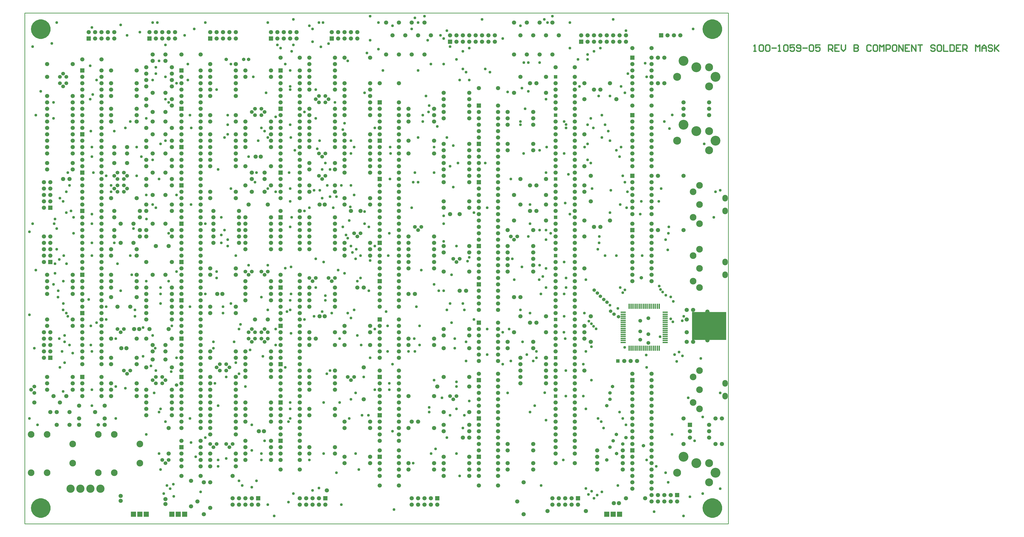
<source format=gts>
*%FSLAX24Y24*%
*%MOIN*%
G01*
%ADD11C,0.0060*%
%ADD12C,0.0073*%
%ADD13C,0.0080*%
%ADD14C,0.0100*%
%ADD15C,0.0120*%
%ADD16C,0.0150*%
%ADD17C,0.0200*%
%ADD18C,0.0240*%
%ADD19C,0.0280*%
%ADD20C,0.0300*%
%ADD21C,0.0320*%
%ADD22C,0.0360*%
%ADD23C,0.0400*%
%ADD24C,0.0400*%
%ADD25C,0.0420*%
%ADD26C,0.0440*%
%ADD27C,0.0450*%
%ADD28C,0.0480*%
%ADD29C,0.0500*%
%ADD30C,0.0500*%
%ADD31C,0.0520*%
%ADD32C,0.0540*%
%ADD33C,0.0550*%
%ADD34C,0.0560*%
%ADD35C,0.0590*%
%ADD36C,0.0600*%
%ADD37C,0.0620*%
%ADD38C,0.0660*%
%ADD39C,0.0700*%
%ADD40C,0.0750*%
%ADD41C,0.0800*%
%ADD42O,0.0800X0.1000*%
%ADD43O,0.0840X0.1040*%
%ADD44C,0.0900*%
%ADD45C,0.0950*%
%ADD46C,0.1000*%
%ADD47C,0.1040*%
%ADD48C,0.1150*%
%ADD49C,0.1200*%
%ADD50C,0.1240*%
%ADD51C,0.1250*%
%ADD52C,0.1290*%
%ADD53C,0.1400*%
%ADD54C,0.1500*%
%ADD55C,0.1540*%
%ADD56C,0.1600*%
%ADD57C,0.2500*%
%ADD58R,0.0160X0.0750*%
%ADD59R,0.0200X0.0790*%
%ADD60R,0.0500X0.0500*%
%ADD61R,0.0540X0.0540*%
%ADD62R,0.0620X0.0620*%
%ADD63R,0.0660X0.0660*%
%ADD64R,0.0750X0.0160*%
%ADD65R,0.0750X0.0750*%
%ADD66R,0.0790X0.0200*%
%ADD67R,0.0790X0.0790*%
%ADD68R,0.2500X0.2500*%
D14*
X24510Y40320D02*
X134510D01*
Y120320D02*
X24510D01*
Y40320D01*
X134510D02*
Y120320D01*
D17*
X138510Y114320D02*
X138843D01*
X138677D01*
Y115320D01*
X138678D01*
X138677D02*
X138510Y115153D01*
X139343D02*
X139510Y115320D01*
X139843D01*
X140010Y115153D01*
Y114487D01*
X139843Y114320D01*
X139510D01*
X139343Y114487D01*
Y115153D01*
X140343D02*
X140509Y115320D01*
X140843D01*
X141009Y115153D01*
Y114487D01*
X140843Y114320D01*
X140509D01*
X140343Y114487D01*
Y115153D01*
X141342Y114820D02*
X142009D01*
X142342Y114320D02*
X142675D01*
X142509D01*
Y115320D01*
X142510D01*
X142509D02*
X142342Y115153D01*
X143175D02*
X143342Y115320D01*
X143675D01*
X143842Y115153D01*
Y114487D01*
X143675Y114320D01*
X143342D01*
X143175Y114487D01*
Y115153D01*
X144175Y115320D02*
X144841D01*
X144175D02*
Y114820D01*
X144508Y114986D01*
X144675D01*
X144841Y114820D01*
Y114487D01*
X144675Y114320D01*
X144341D01*
X144175Y114487D01*
X145175D02*
X145341Y114320D01*
X145674D01*
X145841Y114487D01*
Y115153D01*
X145674Y115320D01*
X145341D01*
X145175Y115153D01*
Y114986D01*
X145341Y114820D01*
X145841D01*
X146174D02*
X146841D01*
X147174Y115153D02*
X147340Y115320D01*
X147674D01*
X147840Y115153D01*
Y114487D01*
X147674Y114320D01*
X147340D01*
X147174Y114487D01*
Y115153D01*
X148174Y115320D02*
X148840D01*
X148174D02*
Y114820D01*
X148507Y114986D01*
X148673D01*
X148840Y114820D01*
Y114487D01*
X148673Y114320D01*
X148340D01*
X148174Y114487D01*
X150173Y114320D02*
Y115320D01*
X150673D01*
X150839Y115153D01*
Y114820D01*
X150673Y114653D01*
X150173D01*
X150506D02*
X150839Y114320D01*
X151173Y115320D02*
X151839D01*
X151173D02*
Y114320D01*
X151839D01*
X151506Y114820D02*
X151173D01*
X152172Y114653D02*
Y115320D01*
Y114653D02*
X152505Y114320D01*
X152839Y114653D01*
Y115320D01*
X154172D02*
Y114320D01*
X154671D01*
X154838Y114487D01*
Y114653D01*
X154671Y114820D01*
X154172D01*
X154173D01*
X154172D02*
X154173D01*
X154172D02*
X154173D01*
X154172D02*
X154671D01*
X154838Y114986D01*
Y115153D01*
X154671Y115320D01*
X154172D01*
X156671D02*
X156837Y115153D01*
X156671Y115320D02*
X156338D01*
X156171Y115153D01*
Y114487D01*
X156338Y114320D01*
X156671D01*
X156837Y114487D01*
X157337Y115320D02*
X157670D01*
X157337D02*
X157171Y115153D01*
Y114487D01*
X157337Y114320D01*
X157670D01*
X157837Y114487D01*
Y115153D01*
X157670Y115320D01*
X158170D02*
Y114320D01*
X158504Y114986D02*
X158170Y115320D01*
X158504Y114986D02*
X158837Y115320D01*
Y114320D01*
X159170D02*
Y115320D01*
X159670D01*
X159836Y115153D01*
Y114820D01*
X159670Y114653D01*
X159170D01*
X160336Y115320D02*
X160670D01*
X160336D02*
X160170Y115153D01*
Y114487D01*
X160336Y114320D01*
X160670D01*
X160836Y114487D01*
Y115153D01*
X160670Y115320D01*
X161169D02*
Y114320D01*
X161836D02*
X161169Y115320D01*
X161836D02*
Y114320D01*
X162169Y115320D02*
X162835D01*
X162169D02*
Y114320D01*
X162835D01*
X162502Y114820D02*
X162169D01*
X163169Y114320D02*
Y115320D01*
X163835Y114320D01*
Y115320D01*
X164168D02*
X164835D01*
X164502D01*
Y114320D01*
X166668Y115320D02*
X166834Y115153D01*
X166668Y115320D02*
X166334D01*
X166168Y115153D01*
Y114986D01*
X166334Y114820D01*
X166668D01*
X166834Y114653D01*
Y114487D01*
X166668Y114320D01*
X166334D01*
X166168Y114487D01*
X167334Y115320D02*
X167667D01*
X167334D02*
X167167Y115153D01*
Y114487D01*
X167334Y114320D01*
X167667D01*
X167834Y114487D01*
Y115153D01*
X167667Y115320D01*
X168167D02*
Y114320D01*
X168834D01*
X169167D02*
Y115320D01*
Y114320D02*
X169667D01*
X169833Y114487D01*
Y115153D01*
X169667Y115320D01*
X169167D01*
X170166D02*
X170833D01*
X170166D02*
Y114320D01*
X170833D01*
X170500Y114820D02*
X170166D01*
X171166Y114320D02*
Y115320D01*
X171666D01*
X171833Y115153D01*
Y114820D01*
X171666Y114653D01*
X171166D01*
X171499D02*
X171833Y114320D01*
X173165D02*
Y115320D01*
X173499Y114986D01*
X173832Y115320D01*
Y114320D01*
X174165D02*
Y114986D01*
X174498Y115320D01*
X174832Y114986D01*
Y114320D01*
Y114820D01*
X174165D01*
X175665Y115320D02*
X175831Y115153D01*
X175665Y115320D02*
X175331D01*
X175165Y115153D01*
Y114986D01*
X175331Y114820D01*
X175665D01*
X175831Y114653D01*
Y114487D01*
X175665Y114320D01*
X175331D01*
X175165Y114487D01*
X176164Y114320D02*
Y115320D01*
Y114653D02*
Y114320D01*
Y114653D02*
X176831Y115320D01*
X176331Y114820D01*
X176831Y114320D01*
D26*
X133260Y92570D02*
D03*
X132260Y88320D02*
D03*
X132510Y92320D02*
D03*
X133260Y60820D02*
D03*
Y45820D02*
D03*
X130760Y99820D02*
D03*
X130210Y66220D02*
D03*
X130510Y57070D02*
D03*
Y45070D02*
D03*
X129010Y117820D02*
D03*
X129260Y53320D02*
D03*
X128260Y60070D02*
D03*
X128510Y44570D02*
D03*
X126460Y65770D02*
D03*
X126810Y67220D02*
D03*
X126110Y66820D02*
D03*
X127360Y66620D02*
D03*
X127560Y72820D02*
D03*
X127310Y72120D02*
D03*
X127510Y41570D02*
D03*
X125310Y102220D02*
D03*
X124510Y103320D02*
D03*
X125760Y104370D02*
D03*
X125060Y83220D02*
D03*
X125160Y85820D02*
D03*
X124710Y84820D02*
D03*
X125210Y86820D02*
D03*
X125510Y75870D02*
D03*
Y72420D02*
D03*
X124260Y76620D02*
D03*
X124760Y76120D02*
D03*
X125910Y75170D02*
D03*
X125860Y71970D02*
D03*
X124710Y48320D02*
D03*
X125110Y46820D02*
D03*
X125710Y54320D02*
D03*
X124010Y92820D02*
D03*
X123910Y77020D02*
D03*
X123660Y90820D02*
D03*
X123710Y77570D02*
D03*
X123860Y69640D02*
D03*
X123260Y49320D02*
D03*
X122910Y42220D02*
D03*
X121510Y112470D02*
D03*
X121760Y110320D02*
D03*
X121060Y82320D02*
D03*
X120760Y88820D02*
D03*
X120910Y90820D02*
D03*
X121670Y66770D02*
D03*
X121760Y64820D02*
D03*
Y50320D02*
D03*
X118510Y117570D02*
D03*
X118810Y110820D02*
D03*
X118360Y107820D02*
D03*
Y93820D02*
D03*
X118760Y92320D02*
D03*
X118610Y89820D02*
D03*
X118310Y67970D02*
D03*
X118360Y76970D02*
D03*
X118510Y55820D02*
D03*
X116510Y119320D02*
D03*
X117760Y108820D02*
D03*
Y99320D02*
D03*
X117010Y98820D02*
D03*
X117510Y97820D02*
D03*
X118010Y94820D02*
D03*
X117610Y90320D02*
D03*
Y77320D02*
D03*
X117010Y82320D02*
D03*
X117260Y74070D02*
D03*
X118010Y76520D02*
D03*
X117260Y46320D02*
D03*
X118010Y56820D02*
D03*
X117510Y57820D02*
D03*
X114510Y114820D02*
D03*
X115260Y102820D02*
D03*
X115760Y101820D02*
D03*
X114760Y100820D02*
D03*
Y104320D02*
D03*
X116010Y100320D02*
D03*
Y107320D02*
D03*
X114360Y85320D02*
D03*
X115260Y82320D02*
D03*
X116160Y92570D02*
D03*
X116010Y89070D02*
D03*
Y74570D02*
D03*
X115010Y55320D02*
D03*
X114660Y56320D02*
D03*
X114760Y45320D02*
D03*
X112510Y113070D02*
D03*
Y113820D02*
D03*
X113510Y114320D02*
D03*
X112510Y102820D02*
D03*
X113210Y92820D02*
D03*
X113410Y102320D02*
D03*
X112510Y99820D02*
D03*
Y97320D02*
D03*
X113010Y96820D02*
D03*
Y103820D02*
D03*
X114260Y107320D02*
D03*
X114310Y84320D02*
D03*
X114110Y83320D02*
D03*
X113860Y70870D02*
D03*
X113110Y71670D02*
D03*
X112710Y72070D02*
D03*
X113460Y71260D02*
D03*
X113110Y68070D02*
D03*
Y62820D02*
D03*
X114160Y56820D02*
D03*
X112660Y44920D02*
D03*
X113160Y45420D02*
D03*
X113510Y44320D02*
D03*
X114010Y44820D02*
D03*
X111010Y113070D02*
D03*
X111260Y108820D02*
D03*
X112060Y99320D02*
D03*
X112260Y78570D02*
D03*
X111860Y65320D02*
D03*
X112010Y73320D02*
D03*
X112260Y67320D02*
D03*
X111860Y60320D02*
D03*
X112260Y58320D02*
D03*
Y45870D02*
D03*
X109760Y118820D02*
D03*
Y114820D02*
D03*
X109160Y102870D02*
D03*
X109510Y95070D02*
D03*
X109160Y102320D02*
D03*
X108860Y103320D02*
D03*
Y98320D02*
D03*
X109160Y78820D02*
D03*
Y77320D02*
D03*
X109760Y88820D02*
D03*
X109010Y90570D02*
D03*
X108860Y81320D02*
D03*
X109110Y64320D02*
D03*
X108860Y72820D02*
D03*
X108810Y70320D02*
D03*
X108860Y76320D02*
D03*
X109010Y69320D02*
D03*
X109110Y60320D02*
D03*
X108710Y50320D02*
D03*
X107010Y119820D02*
D03*
X106760Y85820D02*
D03*
X105760Y119320D02*
D03*
X105010Y112570D02*
D03*
X106260Y118820D02*
D03*
X106010Y106820D02*
D03*
X105010Y98820D02*
D03*
X106010Y95320D02*
D03*
X106110Y99320D02*
D03*
X104960Y78570D02*
D03*
X106010Y84820D02*
D03*
Y80320D02*
D03*
Y77320D02*
D03*
Y86320D02*
D03*
X105510Y79070D02*
D03*
X105010Y80820D02*
D03*
Y86320D02*
D03*
X105210Y76320D02*
D03*
X105810Y60870D02*
D03*
X106010Y56570D02*
D03*
X105260Y46320D02*
D03*
X103260Y112570D02*
D03*
X102760Y105320D02*
D03*
X103260Y108070D02*
D03*
X103510Y87320D02*
D03*
Y90320D02*
D03*
X103260Y85320D02*
D03*
X103510Y73320D02*
D03*
X103010Y66820D02*
D03*
X104010Y65820D02*
D03*
X104510Y67320D02*
D03*
Y66320D02*
D03*
X103510Y57820D02*
D03*
X104260Y58820D02*
D03*
X102010Y118320D02*
D03*
X102260Y108570D02*
D03*
X102560Y112570D02*
D03*
X102010Y102820D02*
D03*
Y103320D02*
D03*
X102510Y98320D02*
D03*
X100760Y81820D02*
D03*
X101060Y78570D02*
D03*
X102260Y80570D02*
D03*
X102010Y73820D02*
D03*
X102360Y68820D02*
D03*
X99260Y116320D02*
D03*
X100010Y107970D02*
D03*
X100510Y94320D02*
D03*
X99260Y65320D02*
D03*
Y70320D02*
D03*
X100260Y70820D02*
D03*
X100510Y65820D02*
D03*
X100010Y60820D02*
D03*
X97260Y111070D02*
D03*
X96810Y89820D02*
D03*
Y66820D02*
D03*
Y70820D02*
D03*
X96010Y119320D02*
D03*
X96510Y111570D02*
D03*
Y96820D02*
D03*
X94760Y89070D02*
D03*
Y72320D02*
D03*
X93010Y114320D02*
D03*
X94010Y114820D02*
D03*
X93010Y111570D02*
D03*
X94010Y109820D02*
D03*
X93510Y111070D02*
D03*
X94010Y82070D02*
D03*
X93760Y81470D02*
D03*
X93010Y74820D02*
D03*
X93260Y73820D02*
D03*
X93510Y65820D02*
D03*
Y68820D02*
D03*
X93010Y55320D02*
D03*
X93260Y57320D02*
D03*
X94010Y59570D02*
D03*
X92010Y113070D02*
D03*
X91010Y115070D02*
D03*
X92510Y109820D02*
D03*
X91510Y99570D02*
D03*
X92260Y96820D02*
D03*
X91010Y96320D02*
D03*
X91510Y93070D02*
D03*
X91260Y79320D02*
D03*
X92010Y83820D02*
D03*
X91760Y69320D02*
D03*
Y67820D02*
D03*
X92010Y62570D02*
D03*
X91010Y74820D02*
D03*
X92010Y61820D02*
D03*
X91260Y71820D02*
D03*
X92010Y51320D02*
D03*
Y58320D02*
D03*
X91010Y57320D02*
D03*
X92510Y47820D02*
D03*
X90010Y112320D02*
D03*
Y116320D02*
D03*
X89510Y116820D02*
D03*
X90510Y117570D02*
D03*
X89010Y102570D02*
D03*
X90510Y100820D02*
D03*
X90010Y84570D02*
D03*
Y87320D02*
D03*
Y88570D02*
D03*
Y76820D02*
D03*
X89260D02*
D03*
X90510Y73820D02*
D03*
X89760Y60070D02*
D03*
X90510Y53820D02*
D03*
X87010Y119820D02*
D03*
X88010Y112320D02*
D03*
X87510Y116070D02*
D03*
X87760Y105820D02*
D03*
X87260Y107320D02*
D03*
X87660Y104820D02*
D03*
X88510Y95320D02*
D03*
Y99320D02*
D03*
Y77820D02*
D03*
Y62820D02*
D03*
X88060Y51320D02*
D03*
X87760Y58570D02*
D03*
Y57820D02*
D03*
X88760Y52070D02*
D03*
X86010Y111320D02*
D03*
X85510Y119570D02*
D03*
X86010Y118820D02*
D03*
X85010Y117820D02*
D03*
X86010Y93820D02*
D03*
Y100820D02*
D03*
X85510Y95320D02*
D03*
X85260Y93820D02*
D03*
X86760Y104320D02*
D03*
Y103320D02*
D03*
X85010Y89820D02*
D03*
X86510Y80070D02*
D03*
X85410Y69320D02*
D03*
X85760Y74320D02*
D03*
X86260Y68320D02*
D03*
Y71320D02*
D03*
X85510Y67320D02*
D03*
X85260Y49820D02*
D03*
X84510Y67320D02*
D03*
X82010Y118320D02*
D03*
X81610Y94320D02*
D03*
X81660Y99320D02*
D03*
X81710Y98320D02*
D03*
X81360Y82320D02*
D03*
X81530Y85820D02*
D03*
X81240Y71320D02*
D03*
X81510Y62320D02*
D03*
X81260Y67320D02*
D03*
X82010Y65320D02*
D03*
X81510Y61320D02*
D03*
X82010Y54820D02*
D03*
X82260Y42570D02*
D03*
X79810Y114670D02*
D03*
Y118820D02*
D03*
X80510Y111320D02*
D03*
X79260Y102320D02*
D03*
Y83820D02*
D03*
Y70820D02*
D03*
X81010Y73570D02*
D03*
X79260Y61320D02*
D03*
X78010Y114070D02*
D03*
X78510Y119820D02*
D03*
Y116070D02*
D03*
X77660Y107820D02*
D03*
X78510Y81570D02*
D03*
X78310Y86820D02*
D03*
X77660Y87320D02*
D03*
Y89220D02*
D03*
X78510Y66320D02*
D03*
X77510Y63320D02*
D03*
X78310Y76820D02*
D03*
X77260Y57320D02*
D03*
X78260D02*
D03*
X77010Y78820D02*
D03*
Y82320D02*
D03*
X77110Y68320D02*
D03*
X75510Y98320D02*
D03*
Y93320D02*
D03*
X76010Y99320D02*
D03*
X75510Y100320D02*
D03*
X76260Y81820D02*
D03*
X75760Y82820D02*
D03*
X76510Y78320D02*
D03*
X76010Y91820D02*
D03*
X75260Y87820D02*
D03*
X75510Y83820D02*
D03*
X75410Y89970D02*
D03*
X76360Y83320D02*
D03*
X76010Y73820D02*
D03*
X76510Y69820D02*
D03*
X75510Y72570D02*
D03*
X75260Y56820D02*
D03*
X75510Y59820D02*
D03*
X76260Y60820D02*
D03*
Y51320D02*
D03*
X76760Y48820D02*
D03*
X75010Y112820D02*
D03*
X74010Y93320D02*
D03*
X74260Y102070D02*
D03*
X74510Y103070D02*
D03*
X73510Y80070D02*
D03*
X74260Y86820D02*
D03*
X73260Y91570D02*
D03*
X74510Y79570D02*
D03*
X74760Y85570D02*
D03*
X75010Y85070D02*
D03*
X73760Y69320D02*
D03*
X75010Y73320D02*
D03*
X73760Y59320D02*
D03*
X73260Y48320D02*
D03*
X74010Y43320D02*
D03*
X72010Y115520D02*
D03*
X71810Y93320D02*
D03*
X72260Y95820D02*
D03*
X71510Y96820D02*
D03*
X73010Y106320D02*
D03*
X72260Y91570D02*
D03*
X72760Y89820D02*
D03*
X72510Y73320D02*
D03*
X72260Y64320D02*
D03*
X71510Y76070D02*
D03*
X71760Y63820D02*
D03*
X71510Y75320D02*
D03*
X70810Y115020D02*
D03*
X70510Y118820D02*
D03*
X69510Y117820D02*
D03*
Y115820D02*
D03*
X71160Y118820D02*
D03*
X70260Y99070D02*
D03*
X70610Y100320D02*
D03*
X70010Y108320D02*
D03*
Y103820D02*
D03*
X71010Y95820D02*
D03*
X70010Y81820D02*
D03*
X70660Y92570D02*
D03*
X69760D02*
D03*
X70010Y77320D02*
D03*
X71010Y91320D02*
D03*
X71260Y81320D02*
D03*
X69760Y72820D02*
D03*
X71010Y73570D02*
D03*
X71260Y59320D02*
D03*
Y51320D02*
D03*
X69510Y45570D02*
D03*
X70510Y45920D02*
D03*
X69010Y118320D02*
D03*
X68260Y104820D02*
D03*
Y89320D02*
D03*
X69010Y89820D02*
D03*
X68260Y72320D02*
D03*
X69010Y50320D02*
D03*
X66260Y114320D02*
D03*
X66510Y115320D02*
D03*
Y119320D02*
D03*
X66010Y111320D02*
D03*
Y108820D02*
D03*
X66110Y100820D02*
D03*
X65860Y95320D02*
D03*
X66010Y92820D02*
D03*
Y102820D02*
D03*
Y108320D02*
D03*
X66760Y98820D02*
D03*
X66160Y80570D02*
D03*
X66010Y90820D02*
D03*
X66260Y88320D02*
D03*
X66010Y86820D02*
D03*
Y73820D02*
D03*
Y75320D02*
D03*
X65510Y73570D02*
D03*
X66160Y76320D02*
D03*
Y70170D02*
D03*
X65760Y56320D02*
D03*
X66010Y56820D02*
D03*
Y58320D02*
D03*
Y59320D02*
D03*
X66510Y45070D02*
D03*
X65760Y43720D02*
D03*
X64510Y114820D02*
D03*
X64010Y115320D02*
D03*
X65260Y112320D02*
D03*
X63760Y104070D02*
D03*
Y92320D02*
D03*
X65260Y80370D02*
D03*
X63760Y70820D02*
D03*
Y68320D02*
D03*
X65260Y64820D02*
D03*
X63510Y41570D02*
D03*
X62510Y118820D02*
D03*
Y100820D02*
D03*
X62260Y107820D02*
D03*
X61510Y102320D02*
D03*
X62010Y101820D02*
D03*
X62510Y92820D02*
D03*
Y80820D02*
D03*
X61760Y66570D02*
D03*
X61510Y75820D02*
D03*
X62510Y73820D02*
D03*
X62010Y53320D02*
D03*
X61510Y50320D02*
D03*
Y51320D02*
D03*
X62510Y43320D02*
D03*
X60260Y110320D02*
D03*
X60760Y95320D02*
D03*
X61010Y100320D02*
D03*
X60510Y93820D02*
D03*
X59760Y67570D02*
D03*
X60010Y55820D02*
D03*
Y51820D02*
D03*
Y46070D02*
D03*
X60760Y47070D02*
D03*
X59510Y97820D02*
D03*
Y80820D02*
D03*
X58260Y71570D02*
D03*
X58010Y70820D02*
D03*
Y63820D02*
D03*
X59010Y61820D02*
D03*
X58510Y46320D02*
D03*
X58010Y47070D02*
D03*
X56760Y112320D02*
D03*
Y92820D02*
D03*
X55760Y100820D02*
D03*
X56260Y101320D02*
D03*
Y102820D02*
D03*
Y104320D02*
D03*
Y83820D02*
D03*
Y84820D02*
D03*
X55760Y86320D02*
D03*
X57510Y82320D02*
D03*
X56010Y63320D02*
D03*
X56760Y74820D02*
D03*
X57260Y68820D02*
D03*
X57510Y65570D02*
D03*
X56010Y50570D02*
D03*
X54510Y108320D02*
D03*
X54760Y95820D02*
D03*
X54510Y78820D02*
D03*
Y79820D02*
D03*
X55260Y85570D02*
D03*
Y88320D02*
D03*
Y84320D02*
D03*
X54010Y68820D02*
D03*
Y67820D02*
D03*
X54260Y62320D02*
D03*
X55510Y73320D02*
D03*
Y74320D02*
D03*
X54760Y58820D02*
D03*
Y50320D02*
D03*
Y49320D02*
D03*
X52760Y118820D02*
D03*
Y87320D02*
D03*
Y76320D02*
D03*
Y53820D02*
D03*
X52010Y45320D02*
D03*
X50010Y112320D02*
D03*
Y109820D02*
D03*
X51010Y117820D02*
D03*
X50560Y102320D02*
D03*
X50360Y104320D02*
D03*
X50510Y90320D02*
D03*
X50360Y74320D02*
D03*
X50510Y53070D02*
D03*
X51260Y50820D02*
D03*
X50360Y56820D02*
D03*
X48260Y109320D02*
D03*
X49510Y116820D02*
D03*
X48260Y91820D02*
D03*
Y79820D02*
D03*
Y66320D02*
D03*
X47810Y44620D02*
D03*
X46510Y115320D02*
D03*
Y110320D02*
D03*
X47010Y106320D02*
D03*
X46510Y106820D02*
D03*
Y100320D02*
D03*
X47010Y78320D02*
D03*
Y85820D02*
D03*
X47410Y64170D02*
D03*
X47510Y71320D02*
D03*
X46760Y46320D02*
D03*
X46510Y56320D02*
D03*
X47760Y46520D02*
D03*
X46260Y45070D02*
D03*
X47260Y45820D02*
D03*
X45760Y99820D02*
D03*
Y77320D02*
D03*
Y74820D02*
D03*
Y76320D02*
D03*
Y58320D02*
D03*
Y48820D02*
D03*
X45260Y118820D02*
D03*
X45010Y110820D02*
D03*
Y111820D02*
D03*
X44510Y109820D02*
D03*
Y118820D02*
D03*
X45510Y112820D02*
D03*
X44510Y97320D02*
D03*
X45510Y94320D02*
D03*
X45010Y89820D02*
D03*
X44510Y90320D02*
D03*
X44910Y67820D02*
D03*
X44260Y65070D02*
D03*
X45010Y64320D02*
D03*
X44510Y69820D02*
D03*
X44760Y60820D02*
D03*
X45510Y57820D02*
D03*
Y51320D02*
D03*
X42510Y117320D02*
D03*
X42010Y99320D02*
D03*
Y94820D02*
D03*
X42760Y97820D02*
D03*
X43510Y103820D02*
D03*
X43560Y88070D02*
D03*
X43510Y91820D02*
D03*
Y78320D02*
D03*
X43010Y66570D02*
D03*
Y71070D02*
D03*
X43510Y54320D02*
D03*
X40510Y116820D02*
D03*
X40260Y102320D02*
D03*
X41010Y103320D02*
D03*
Y82320D02*
D03*
X41260Y79320D02*
D03*
X41510Y86570D02*
D03*
X40260Y61570D02*
D03*
X41760Y72820D02*
D03*
Y73820D02*
D03*
X39510Y118470D02*
D03*
X38510Y101820D02*
D03*
X38010Y93320D02*
D03*
X39010Y81070D02*
D03*
X38010Y92320D02*
D03*
X38510Y84320D02*
D03*
X39510Y76820D02*
D03*
X38760Y69320D02*
D03*
Y61820D02*
D03*
Y56820D02*
D03*
X37260Y94820D02*
D03*
Y72320D02*
D03*
Y74320D02*
D03*
X35010Y118070D02*
D03*
X34760Y112070D02*
D03*
X35760Y109820D02*
D03*
X34760Y106820D02*
D03*
X34860Y101820D02*
D03*
X35160Y107570D02*
D03*
X35010Y97820D02*
D03*
Y99320D02*
D03*
X35260Y95320D02*
D03*
X35010Y82320D02*
D03*
Y88820D02*
D03*
Y87320D02*
D03*
Y84320D02*
D03*
X34860Y68320D02*
D03*
Y71320D02*
D03*
X35010Y67320D02*
D03*
X34510Y75470D02*
D03*
X35760Y71820D02*
D03*
X35010Y58820D02*
D03*
Y61320D02*
D03*
X32160Y88320D02*
D03*
Y85820D02*
D03*
X31510Y93320D02*
D03*
X31260Y95320D02*
D03*
X31060Y81070D02*
D03*
X30560Y78320D02*
D03*
X30610Y82320D02*
D03*
X31010Y92320D02*
D03*
Y89070D02*
D03*
X30510Y90820D02*
D03*
X31760Y89320D02*
D03*
X30760Y65570D02*
D03*
X30560Y74820D02*
D03*
X30360Y67320D02*
D03*
X31260Y72820D02*
D03*
X31510Y68320D02*
D03*
X30510Y73820D02*
D03*
X30760Y69820D02*
D03*
Y68820D02*
D03*
X31010Y73320D02*
D03*
X32010Y67070D02*
D03*
X30510Y61070D02*
D03*
X28760Y115570D02*
D03*
X29510Y118820D02*
D03*
X29010Y106320D02*
D03*
Y103820D02*
D03*
X29260Y88070D02*
D03*
Y81070D02*
D03*
Y79570D02*
D03*
X29510Y83320D02*
D03*
X29010Y77820D02*
D03*
X29510Y86570D02*
D03*
X29110Y87320D02*
D03*
X30010Y91320D02*
D03*
X29910Y81720D02*
D03*
X29710Y75820D02*
D03*
X29760Y76820D02*
D03*
X30010Y64820D02*
D03*
X29910Y69320D02*
D03*
X27010Y108070D02*
D03*
X26260Y104320D02*
D03*
Y80070D02*
D03*
X26510Y55820D02*
D03*
X25760Y115070D02*
D03*
X25260Y86070D02*
D03*
X25760Y87320D02*
D03*
X25260Y73070D02*
D03*
X26010Y67820D02*
D03*
X25260Y56820D02*
D03*
D30*
X130730Y117820D02*
X130731D01*
X130730D02*
X130734Y117717D01*
X130747Y117615D01*
X130767Y117514D01*
X130796Y117415D01*
X130832Y117318D01*
X130877Y117225D01*
X130928Y117136D01*
X130987Y117051D01*
X131052Y116971D01*
X131123Y116897D01*
X131200Y116829D01*
X131283Y116767D01*
X131370Y116711D01*
X131461Y116664D01*
X131556Y116623D01*
X131654Y116591D01*
X131754Y116566D01*
X131856Y116549D01*
X131958Y116541D01*
X132062D01*
X132164Y116549D01*
X132266Y116566D01*
X132366Y116591D01*
X132464Y116623D01*
X132559Y116664D01*
X132650Y116711D01*
X132737Y116767D01*
X132820Y116829D01*
X132897Y116897D01*
X132968Y116971D01*
X133033Y117051D01*
X133092Y117136D01*
X133143Y117225D01*
X133188Y117318D01*
X133224Y117415D01*
X133253Y117514D01*
X133273Y117615D01*
X133286Y117717D01*
X133290Y117820D01*
X133291D01*
X133290D02*
X133286Y117923D01*
X133273Y118025D01*
X133253Y118126D01*
X133224Y118225D01*
X133188Y118322D01*
X133143Y118415D01*
X133092Y118504D01*
X133033Y118589D01*
X132968Y118669D01*
X132897Y118743D01*
X132820Y118811D01*
X132737Y118873D01*
X132650Y118929D01*
X132559Y118976D01*
X132464Y119017D01*
X132366Y119049D01*
X132266Y119074D01*
X132164Y119091D01*
X132062Y119099D01*
X131958D01*
X131856Y119091D01*
X131754Y119074D01*
X131654Y119049D01*
X131556Y119017D01*
X131461Y118976D01*
X131370Y118929D01*
X131283Y118873D01*
X131200Y118811D01*
X131123Y118743D01*
X131052Y118669D01*
X130987Y118589D01*
X130928Y118504D01*
X130877Y118415D01*
X130832Y118322D01*
X130796Y118225D01*
X130767Y118126D01*
X130747Y118025D01*
X130734Y117923D01*
X130730Y117820D01*
X131210D02*
X131211D01*
X131210D02*
X131215Y117727D01*
X131232Y117636D01*
X131258Y117546D01*
X131295Y117461D01*
X131342Y117380D01*
X131397Y117306D01*
X131461Y117238D01*
X131532Y117178D01*
X131610Y117127D01*
X131693Y117085D01*
X131781Y117054D01*
X131871Y117032D01*
X131963Y117021D01*
X132057D01*
X132149Y117032D01*
X132239Y117054D01*
X132327Y117085D01*
X132410Y117127D01*
X132488Y117178D01*
X132559Y117238D01*
X132623Y117306D01*
X132678Y117380D01*
X132725Y117461D01*
X132762Y117546D01*
X132788Y117636D01*
X132805Y117727D01*
X132810Y117820D01*
X132811D01*
X132810D02*
X132805Y117913D01*
X132788Y118004D01*
X132762Y118094D01*
X132725Y118179D01*
X132678Y118260D01*
X132623Y118334D01*
X132559Y118402D01*
X132488Y118462D01*
X132410Y118513D01*
X132327Y118555D01*
X132239Y118586D01*
X132149Y118608D01*
X132057Y118619D01*
X131963D01*
X131871Y118608D01*
X131781Y118586D01*
X131693Y118555D01*
X131610Y118513D01*
X131532Y118462D01*
X131461Y118402D01*
X131397Y118334D01*
X131342Y118260D01*
X131295Y118179D01*
X131258Y118094D01*
X131232Y118004D01*
X131215Y117913D01*
X131210Y117820D01*
X131690D02*
X131691D01*
X131690D02*
X131697Y117753D01*
X131718Y117690D01*
X131751Y117632D01*
X131796Y117582D01*
X131850Y117543D01*
X131911Y117516D01*
X131977Y117502D01*
X132043D01*
X132109Y117516D01*
X132170Y117543D01*
X132224Y117582D01*
X132269Y117632D01*
X132302Y117690D01*
X132323Y117753D01*
X132330Y117820D01*
X132331D01*
X132330D02*
X132323Y117887D01*
X132302Y117950D01*
X132269Y118008D01*
X132224Y118058D01*
X132170Y118097D01*
X132109Y118124D01*
X132043Y118138D01*
X131977D01*
X131911Y118124D01*
X131850Y118097D01*
X131796Y118058D01*
X131751Y118008D01*
X131718Y117950D01*
X131697Y117887D01*
X131690Y117820D01*
X132010D02*
D03*
X130730Y42820D02*
X130731D01*
X130730D02*
X130734Y42717D01*
X130747Y42615D01*
X130767Y42514D01*
X130796Y42415D01*
X130832Y42318D01*
X130877Y42225D01*
X130928Y42136D01*
X130987Y42051D01*
X131052Y41971D01*
X131123Y41897D01*
X131200Y41829D01*
X131283Y41767D01*
X131370Y41711D01*
X131461Y41664D01*
X131556Y41623D01*
X131654Y41591D01*
X131754Y41566D01*
X131856Y41549D01*
X131958Y41541D01*
X132062D01*
X132164Y41549D01*
X132266Y41566D01*
X132366Y41591D01*
X132464Y41623D01*
X132559Y41664D01*
X132650Y41711D01*
X132737Y41767D01*
X132820Y41829D01*
X132897Y41897D01*
X132968Y41971D01*
X133033Y42051D01*
X133092Y42136D01*
X133143Y42225D01*
X133188Y42318D01*
X133224Y42415D01*
X133253Y42514D01*
X133273Y42615D01*
X133286Y42717D01*
X133290Y42820D01*
X133291D01*
X133290D02*
X133286Y42923D01*
X133273Y43025D01*
X133253Y43126D01*
X133224Y43225D01*
X133188Y43322D01*
X133143Y43415D01*
X133092Y43504D01*
X133033Y43589D01*
X132968Y43669D01*
X132897Y43743D01*
X132820Y43811D01*
X132737Y43873D01*
X132650Y43929D01*
X132559Y43976D01*
X132464Y44017D01*
X132366Y44049D01*
X132266Y44074D01*
X132164Y44091D01*
X132062Y44099D01*
X131958D01*
X131856Y44091D01*
X131754Y44074D01*
X131654Y44049D01*
X131556Y44017D01*
X131461Y43976D01*
X131370Y43929D01*
X131283Y43873D01*
X131200Y43811D01*
X131123Y43743D01*
X131052Y43669D01*
X130987Y43589D01*
X130928Y43504D01*
X130877Y43415D01*
X130832Y43322D01*
X130796Y43225D01*
X130767Y43126D01*
X130747Y43025D01*
X130734Y42923D01*
X130730Y42820D01*
X131210D02*
X131211D01*
X131210D02*
X131215Y42727D01*
X131232Y42636D01*
X131258Y42546D01*
X131295Y42461D01*
X131342Y42380D01*
X131397Y42306D01*
X131461Y42238D01*
X131532Y42178D01*
X131610Y42127D01*
X131693Y42085D01*
X131781Y42054D01*
X131871Y42032D01*
X131963Y42021D01*
X132057D01*
X132149Y42032D01*
X132239Y42054D01*
X132327Y42085D01*
X132410Y42127D01*
X132488Y42178D01*
X132559Y42238D01*
X132623Y42306D01*
X132678Y42380D01*
X132725Y42461D01*
X132762Y42546D01*
X132788Y42636D01*
X132805Y42727D01*
X132810Y42820D01*
X132811D01*
X132810D02*
X132805Y42913D01*
X132788Y43004D01*
X132762Y43094D01*
X132725Y43179D01*
X132678Y43260D01*
X132623Y43334D01*
X132559Y43402D01*
X132488Y43462D01*
X132410Y43513D01*
X132327Y43555D01*
X132239Y43586D01*
X132149Y43608D01*
X132057Y43619D01*
X131963D01*
X131871Y43608D01*
X131781Y43586D01*
X131693Y43555D01*
X131610Y43513D01*
X131532Y43462D01*
X131461Y43402D01*
X131397Y43334D01*
X131342Y43260D01*
X131295Y43179D01*
X131258Y43094D01*
X131232Y43004D01*
X131215Y42913D01*
X131210Y42820D01*
X131690D02*
X131691D01*
X131690D02*
X131697Y42753D01*
X131718Y42690D01*
X131751Y42632D01*
X131796Y42582D01*
X131850Y42543D01*
X131911Y42516D01*
X131977Y42502D01*
X132043D01*
X132109Y42516D01*
X132170Y42543D01*
X132224Y42582D01*
X132269Y42632D01*
X132302Y42690D01*
X132323Y42753D01*
X132330Y42820D01*
X132331D01*
X132330D02*
X132323Y42887D01*
X132302Y42950D01*
X132269Y43008D01*
X132224Y43058D01*
X132170Y43097D01*
X132109Y43124D01*
X132043Y43138D01*
X131977D01*
X131911Y43124D01*
X131850Y43097D01*
X131796Y43058D01*
X131751Y43008D01*
X131718Y42950D01*
X131697Y42887D01*
X131690Y42820D01*
X132010D02*
D03*
X25730Y117820D02*
X25731D01*
X25730D02*
X25734Y117717D01*
X25747Y117615D01*
X25767Y117514D01*
X25796Y117415D01*
X25832Y117318D01*
X25877Y117225D01*
X25928Y117136D01*
X25987Y117051D01*
X26052Y116971D01*
X26123Y116897D01*
X26200Y116829D01*
X26283Y116767D01*
X26370Y116711D01*
X26461Y116664D01*
X26556Y116623D01*
X26654Y116591D01*
X26754Y116566D01*
X26856Y116549D01*
X26958Y116541D01*
X27062D01*
X27164Y116549D01*
X27266Y116566D01*
X27366Y116591D01*
X27464Y116623D01*
X27559Y116664D01*
X27650Y116711D01*
X27737Y116767D01*
X27820Y116829D01*
X27897Y116897D01*
X27968Y116971D01*
X28033Y117051D01*
X28092Y117136D01*
X28143Y117225D01*
X28188Y117318D01*
X28224Y117415D01*
X28253Y117514D01*
X28273Y117615D01*
X28286Y117717D01*
X28290Y117820D01*
X28291D01*
X28290D02*
X28286Y117923D01*
X28273Y118025D01*
X28253Y118126D01*
X28224Y118225D01*
X28188Y118322D01*
X28143Y118415D01*
X28092Y118504D01*
X28033Y118589D01*
X27968Y118669D01*
X27897Y118743D01*
X27820Y118811D01*
X27737Y118873D01*
X27650Y118929D01*
X27559Y118976D01*
X27464Y119017D01*
X27366Y119049D01*
X27266Y119074D01*
X27164Y119091D01*
X27062Y119099D01*
X26958D01*
X26856Y119091D01*
X26754Y119074D01*
X26654Y119049D01*
X26556Y119017D01*
X26461Y118976D01*
X26370Y118929D01*
X26283Y118873D01*
X26200Y118811D01*
X26123Y118743D01*
X26052Y118669D01*
X25987Y118589D01*
X25928Y118504D01*
X25877Y118415D01*
X25832Y118322D01*
X25796Y118225D01*
X25767Y118126D01*
X25747Y118025D01*
X25734Y117923D01*
X25730Y117820D01*
X26210D02*
X26211D01*
X26210D02*
X26215Y117727D01*
X26232Y117636D01*
X26258Y117546D01*
X26295Y117461D01*
X26342Y117380D01*
X26397Y117306D01*
X26461Y117238D01*
X26532Y117178D01*
X26610Y117127D01*
X26693Y117085D01*
X26781Y117054D01*
X26871Y117032D01*
X26963Y117021D01*
X27057D01*
X27149Y117032D01*
X27239Y117054D01*
X27327Y117085D01*
X27410Y117127D01*
X27488Y117178D01*
X27559Y117238D01*
X27623Y117306D01*
X27678Y117380D01*
X27725Y117461D01*
X27762Y117546D01*
X27788Y117636D01*
X27805Y117727D01*
X27810Y117820D01*
X27811D01*
X27810D02*
X27805Y117913D01*
X27788Y118004D01*
X27762Y118094D01*
X27725Y118179D01*
X27678Y118260D01*
X27623Y118334D01*
X27559Y118402D01*
X27488Y118462D01*
X27410Y118513D01*
X27327Y118555D01*
X27239Y118586D01*
X27149Y118608D01*
X27057Y118619D01*
X26963D01*
X26871Y118608D01*
X26781Y118586D01*
X26693Y118555D01*
X26610Y118513D01*
X26532Y118462D01*
X26461Y118402D01*
X26397Y118334D01*
X26342Y118260D01*
X26295Y118179D01*
X26258Y118094D01*
X26232Y118004D01*
X26215Y117913D01*
X26210Y117820D01*
X26690D02*
X26691D01*
X26690D02*
X26697Y117753D01*
X26718Y117690D01*
X26751Y117632D01*
X26796Y117582D01*
X26850Y117543D01*
X26911Y117516D01*
X26977Y117502D01*
X27043D01*
X27109Y117516D01*
X27170Y117543D01*
X27224Y117582D01*
X27269Y117632D01*
X27302Y117690D01*
X27323Y117753D01*
X27330Y117820D01*
X27331D01*
X27330D02*
X27323Y117887D01*
X27302Y117950D01*
X27269Y118008D01*
X27224Y118058D01*
X27170Y118097D01*
X27109Y118124D01*
X27043Y118138D01*
X26977D01*
X26911Y118124D01*
X26850Y118097D01*
X26796Y118058D01*
X26751Y118008D01*
X26718Y117950D01*
X26697Y117887D01*
X26690Y117820D01*
X27010D02*
D03*
X25730Y42820D02*
X25731D01*
X25730D02*
X25734Y42717D01*
X25747Y42615D01*
X25767Y42514D01*
X25796Y42415D01*
X25832Y42318D01*
X25877Y42225D01*
X25928Y42136D01*
X25987Y42051D01*
X26052Y41971D01*
X26123Y41897D01*
X26200Y41829D01*
X26283Y41767D01*
X26370Y41711D01*
X26461Y41664D01*
X26556Y41623D01*
X26654Y41591D01*
X26754Y41566D01*
X26856Y41549D01*
X26958Y41541D01*
X27062D01*
X27164Y41549D01*
X27266Y41566D01*
X27366Y41591D01*
X27464Y41623D01*
X27559Y41664D01*
X27650Y41711D01*
X27737Y41767D01*
X27820Y41829D01*
X27897Y41897D01*
X27968Y41971D01*
X28033Y42051D01*
X28092Y42136D01*
X28143Y42225D01*
X28188Y42318D01*
X28224Y42415D01*
X28253Y42514D01*
X28273Y42615D01*
X28286Y42717D01*
X28290Y42820D01*
X28291D01*
X28290D02*
X28286Y42923D01*
X28273Y43025D01*
X28253Y43126D01*
X28224Y43225D01*
X28188Y43322D01*
X28143Y43415D01*
X28092Y43504D01*
X28033Y43589D01*
X27968Y43669D01*
X27897Y43743D01*
X27820Y43811D01*
X27737Y43873D01*
X27650Y43929D01*
X27559Y43976D01*
X27464Y44017D01*
X27366Y44049D01*
X27266Y44074D01*
X27164Y44091D01*
X27062Y44099D01*
X26958D01*
X26856Y44091D01*
X26754Y44074D01*
X26654Y44049D01*
X26556Y44017D01*
X26461Y43976D01*
X26370Y43929D01*
X26283Y43873D01*
X26200Y43811D01*
X26123Y43743D01*
X26052Y43669D01*
X25987Y43589D01*
X25928Y43504D01*
X25877Y43415D01*
X25832Y43322D01*
X25796Y43225D01*
X25767Y43126D01*
X25747Y43025D01*
X25734Y42923D01*
X25730Y42820D01*
X26210D02*
X26211D01*
X26210D02*
X26215Y42727D01*
X26232Y42636D01*
X26258Y42546D01*
X26295Y42461D01*
X26342Y42380D01*
X26397Y42306D01*
X26461Y42238D01*
X26532Y42178D01*
X26610Y42127D01*
X26693Y42085D01*
X26781Y42054D01*
X26871Y42032D01*
X26963Y42021D01*
X27057D01*
X27149Y42032D01*
X27239Y42054D01*
X27327Y42085D01*
X27410Y42127D01*
X27488Y42178D01*
X27559Y42238D01*
X27623Y42306D01*
X27678Y42380D01*
X27725Y42461D01*
X27762Y42546D01*
X27788Y42636D01*
X27805Y42727D01*
X27810Y42820D01*
X27811D01*
X27810D02*
X27805Y42913D01*
X27788Y43004D01*
X27762Y43094D01*
X27725Y43179D01*
X27678Y43260D01*
X27623Y43334D01*
X27559Y43402D01*
X27488Y43462D01*
X27410Y43513D01*
X27327Y43555D01*
X27239Y43586D01*
X27149Y43608D01*
X27057Y43619D01*
X26963D01*
X26871Y43608D01*
X26781Y43586D01*
X26693Y43555D01*
X26610Y43513D01*
X26532Y43462D01*
X26461Y43402D01*
X26397Y43334D01*
X26342Y43260D01*
X26295Y43179D01*
X26258Y43094D01*
X26232Y43004D01*
X26215Y42913D01*
X26210Y42820D01*
X26690D02*
X26691D01*
X26690D02*
X26697Y42753D01*
X26718Y42690D01*
X26751Y42632D01*
X26796Y42582D01*
X26850Y42543D01*
X26911Y42516D01*
X26977Y42502D01*
X27043D01*
X27109Y42516D01*
X27170Y42543D01*
X27224Y42582D01*
X27269Y42632D01*
X27302Y42690D01*
X27323Y42753D01*
X27330Y42820D01*
X27331D01*
X27330D02*
X27323Y42887D01*
X27302Y42950D01*
X27269Y43008D01*
X27224Y43058D01*
X27170Y43097D01*
X27109Y43124D01*
X27043Y43138D01*
X26977D01*
X26911Y43124D01*
X26850Y43097D01*
X26796Y43058D01*
X26751Y43008D01*
X26718Y42950D01*
X26697Y42887D01*
X26690Y42820D01*
X27010D02*
D03*
D32*
X120910Y78870D02*
D03*
X121260Y52570D02*
D03*
X118510Y53820D02*
D03*
X116410Y61820D02*
D03*
X116660Y73170D02*
D03*
X117360Y72770D02*
D03*
X116510Y53320D02*
D03*
X117010Y54320D02*
D03*
X117060Y51320D02*
D03*
X118010Y52820D02*
D03*
X114510Y75970D02*
D03*
X115060Y75470D02*
D03*
X115560Y75020D02*
D03*
X116110Y73620D02*
D03*
X115510Y50320D02*
D03*
Y58820D02*
D03*
X116010Y60820D02*
D03*
Y52320D02*
D03*
Y59820D02*
D03*
X113560Y76920D02*
D03*
X114060Y76470D02*
D03*
X58760Y113070D02*
D03*
X59510D02*
D03*
X56010D02*
D03*
X48260Y62070D02*
D03*
X36010Y55820D02*
D03*
D35*
X122010Y72520D02*
D03*
X120760Y70470D02*
D03*
X122010Y70020D02*
D03*
Y68670D02*
D03*
X120760Y69170D02*
D03*
Y72120D02*
D03*
X100510Y85320D02*
D03*
X101010Y84820D02*
D03*
X101510Y85320D02*
D03*
X91510Y81820D02*
D03*
X92010Y81320D02*
D03*
X92510Y81820D02*
D03*
X85510Y86820D02*
D03*
X86010Y86320D02*
D03*
X86510Y86820D02*
D03*
X92010Y60320D02*
D03*
X91510Y59820D02*
D03*
X91010Y60320D02*
D03*
X70510Y98320D02*
D03*
X71010Y97820D02*
D03*
X71510Y98320D02*
D03*
X70510Y94820D02*
D03*
X71010Y94320D02*
D03*
X71510Y94820D02*
D03*
Y106320D02*
D03*
X72010Y106820D02*
D03*
X71510Y107320D02*
D03*
X70510D02*
D03*
X70010Y106820D02*
D03*
X70510Y106320D02*
D03*
X61510Y104320D02*
D03*
X62010Y104820D02*
D03*
X61510Y105320D02*
D03*
X69010Y78820D02*
D03*
X69510Y78320D02*
D03*
X70010Y78820D02*
D03*
X72010D02*
D03*
X72510Y78320D02*
D03*
X73010Y78820D02*
D03*
X61510Y79820D02*
D03*
X62010Y79320D02*
D03*
X62510Y79820D02*
D03*
X76010Y85820D02*
D03*
X76510Y85320D02*
D03*
X77010Y85820D02*
D03*
X62510Y70320D02*
D03*
X62010Y70820D02*
D03*
X61510Y70320D02*
D03*
Y69320D02*
D03*
X62010Y68820D02*
D03*
X62510Y69320D02*
D03*
X76010Y63320D02*
D03*
X75510Y62820D02*
D03*
X75010Y63320D02*
D03*
X60510Y105320D02*
D03*
X60010Y104820D02*
D03*
X60510Y104320D02*
D03*
X59010Y79820D02*
D03*
X59510Y79320D02*
D03*
X60010Y79820D02*
D03*
X46010Y62320D02*
D03*
X46510Y62820D02*
D03*
X46010Y63320D02*
D03*
X55010Y65320D02*
D03*
X54510Y64820D02*
D03*
X55010Y64320D02*
D03*
X56010D02*
D03*
X56510Y64820D02*
D03*
X56010Y65320D02*
D03*
X60510Y70320D02*
D03*
X60010Y70820D02*
D03*
X59510Y70320D02*
D03*
Y69320D02*
D03*
X60010Y68820D02*
D03*
X60510Y69320D02*
D03*
X56010Y52820D02*
D03*
X56510Y52320D02*
D03*
X57010Y52820D02*
D03*
X53510D02*
D03*
X54010Y52320D02*
D03*
X54510Y52820D02*
D03*
X46010Y50320D02*
D03*
X46510Y49820D02*
D03*
X47010Y50320D02*
D03*
X31010Y110320D02*
D03*
X30510Y110820D02*
D03*
X30010Y110320D02*
D03*
Y109320D02*
D03*
X30510Y108820D02*
D03*
X31010Y109320D02*
D03*
X40010Y94320D02*
D03*
X40510Y94820D02*
D03*
X40010Y95320D02*
D03*
Y92320D02*
D03*
X40510Y92820D02*
D03*
X40010Y93320D02*
D03*
X39010D02*
D03*
X38510Y92820D02*
D03*
X39010Y92320D02*
D03*
Y95320D02*
D03*
X38510Y94820D02*
D03*
X39010Y94320D02*
D03*
Y70820D02*
D03*
X39510Y70320D02*
D03*
X40010Y70820D02*
D03*
Y64320D02*
D03*
X40510Y63820D02*
D03*
X41010Y64320D02*
D03*
X45010Y63320D02*
D03*
X44510Y62820D02*
D03*
X45010Y62320D02*
D03*
X26010Y61820D02*
D03*
X25510Y61320D02*
D03*
X26010Y60820D02*
D03*
D38*
X112260Y42320D02*
D03*
X106260D02*
D03*
X71760Y45570D02*
D03*
X57010Y47820D02*
D03*
X28010Y110320D02*
D03*
X125010Y116820D02*
D03*
X126010D02*
D03*
X127010D02*
D03*
X124510Y113320D02*
D03*
Y109320D02*
D03*
X127510Y94820D02*
D03*
X123510D02*
D03*
X127510Y104320D02*
D03*
X131510D02*
D03*
Y105320D02*
D03*
X127510D02*
D03*
Y106320D02*
D03*
X131510D02*
D03*
X127510Y86320D02*
D03*
X123510D02*
D03*
X129010Y73820D02*
D03*
X128010D02*
D03*
X129010Y68820D02*
D03*
X128010D02*
D03*
Y72320D02*
D03*
Y70320D02*
D03*
X131260Y73570D02*
D03*
Y69070D02*
D03*
X127510Y52820D02*
D03*
Y56820D02*
D03*
X132510D02*
D03*
Y52820D02*
D03*
X133510Y56820D02*
D03*
Y52820D02*
D03*
X128510Y54820D02*
D03*
X131510Y55820D02*
D03*
Y54820D02*
D03*
Y53820D02*
D03*
X128510D02*
D03*
X123510Y43820D02*
D03*
X126510D02*
D03*
X125510Y44820D02*
D03*
Y43820D02*
D03*
X124510Y44820D02*
D03*
Y43820D02*
D03*
X123510Y44820D02*
D03*
X122510D02*
D03*
Y43820D02*
D03*
X119510Y112320D02*
D03*
Y110320D02*
D03*
Y109320D02*
D03*
Y108320D02*
D03*
Y107320D02*
D03*
X122510D02*
D03*
Y108320D02*
D03*
Y109320D02*
D03*
Y110320D02*
D03*
Y111320D02*
D03*
Y112320D02*
D03*
Y113320D02*
D03*
X119510Y111320D02*
D03*
X118510Y116820D02*
D03*
Y115820D02*
D03*
X117510Y116820D02*
D03*
Y115820D02*
D03*
X116510Y116820D02*
D03*
Y115820D02*
D03*
X115510Y116820D02*
D03*
Y115820D02*
D03*
X114510Y116820D02*
D03*
Y115820D02*
D03*
X113510Y116820D02*
D03*
Y115820D02*
D03*
X112510Y116820D02*
D03*
Y115820D02*
D03*
X111510Y116820D02*
D03*
X116010Y109320D02*
D03*
X112010D02*
D03*
X119510Y114820D02*
D03*
X122510D02*
D03*
X107510Y111820D02*
D03*
X110510D02*
D03*
X123510Y113320D02*
D03*
Y109320D02*
D03*
X119510Y93820D02*
D03*
Y91820D02*
D03*
Y90820D02*
D03*
Y89820D02*
D03*
Y88820D02*
D03*
X122510D02*
D03*
Y89820D02*
D03*
Y90820D02*
D03*
Y91820D02*
D03*
Y92820D02*
D03*
Y93820D02*
D03*
Y94820D02*
D03*
X119510Y92820D02*
D03*
Y96320D02*
D03*
X122510D02*
D03*
Y105820D02*
D03*
X119510D02*
D03*
X113010Y90820D02*
D03*
Y94820D02*
D03*
X112010Y96320D02*
D03*
Y101320D02*
D03*
Y106820D02*
D03*
X117010D02*
D03*
X113510Y108320D02*
D03*
X114510D02*
D03*
X107510Y105320D02*
D03*
X110510D02*
D03*
X107510Y95320D02*
D03*
X110510D02*
D03*
X119510Y103320D02*
D03*
Y102320D02*
D03*
Y101320D02*
D03*
Y100320D02*
D03*
Y99320D02*
D03*
Y98320D02*
D03*
Y97320D02*
D03*
X122510D02*
D03*
Y98320D02*
D03*
Y99320D02*
D03*
Y100320D02*
D03*
Y101320D02*
D03*
Y102320D02*
D03*
Y103320D02*
D03*
Y104320D02*
D03*
Y78320D02*
D03*
X119510D02*
D03*
Y85320D02*
D03*
Y84320D02*
D03*
Y83320D02*
D03*
Y82320D02*
D03*
Y81320D02*
D03*
Y80320D02*
D03*
Y79320D02*
D03*
X122510D02*
D03*
Y80320D02*
D03*
Y81320D02*
D03*
Y82320D02*
D03*
Y83320D02*
D03*
Y84320D02*
D03*
Y85320D02*
D03*
Y86320D02*
D03*
Y87320D02*
D03*
X119510D02*
D03*
X113510Y86820D02*
D03*
X114510D02*
D03*
X112010Y93320D02*
D03*
Y92320D02*
D03*
Y85320D02*
D03*
Y80320D02*
D03*
X107510Y89320D02*
D03*
X110510D02*
D03*
X107510Y83320D02*
D03*
X110510D02*
D03*
X116010Y87820D02*
D03*
X112010D02*
D03*
X120260Y65820D02*
D03*
X119260D02*
D03*
X118260D02*
D03*
X113010Y68820D02*
D03*
Y72820D02*
D03*
X112010Y71320D02*
D03*
Y70320D02*
D03*
Y69320D02*
D03*
Y64320D02*
D03*
X110510Y67320D02*
D03*
X107510D02*
D03*
Y73320D02*
D03*
X110510D02*
D03*
X119510Y63820D02*
D03*
X122510D02*
D03*
X119510Y61820D02*
D03*
Y60820D02*
D03*
Y59820D02*
D03*
Y58820D02*
D03*
Y57820D02*
D03*
Y56820D02*
D03*
Y55820D02*
D03*
Y54820D02*
D03*
Y53820D02*
D03*
X122510D02*
D03*
Y54820D02*
D03*
Y55820D02*
D03*
Y56820D02*
D03*
Y57820D02*
D03*
Y58820D02*
D03*
Y59820D02*
D03*
Y60820D02*
D03*
Y61820D02*
D03*
Y62820D02*
D03*
X118010Y48820D02*
D03*
X114010D02*
D03*
Y49820D02*
D03*
X118010D02*
D03*
X110510Y61320D02*
D03*
X107510D02*
D03*
X119510Y52820D02*
D03*
X122510D02*
D03*
X119510Y49820D02*
D03*
X122510Y51820D02*
D03*
Y50820D02*
D03*
Y49820D02*
D03*
Y48820D02*
D03*
Y47820D02*
D03*
Y46820D02*
D03*
Y45820D02*
D03*
X119510D02*
D03*
Y46820D02*
D03*
Y47820D02*
D03*
Y48820D02*
D03*
Y50820D02*
D03*
X118010Y51820D02*
D03*
X114010D02*
D03*
X118010Y50820D02*
D03*
X114010D02*
D03*
X107010Y43320D02*
D03*
Y44320D02*
D03*
X108010D02*
D03*
X109010Y43320D02*
D03*
Y44320D02*
D03*
X110010Y43320D02*
D03*
Y44320D02*
D03*
X111010Y43320D02*
D03*
X108010D02*
D03*
X117404Y43570D02*
D03*
X116616D02*
D03*
X118510Y44320D02*
D03*
X121510D02*
D03*
X104510Y109320D02*
D03*
X103510D02*
D03*
X102010Y110320D02*
D03*
X106010D02*
D03*
X107510Y109320D02*
D03*
Y108320D02*
D03*
Y107320D02*
D03*
X110510D02*
D03*
Y108320D02*
D03*
Y109320D02*
D03*
Y110320D02*
D03*
X102010Y116820D02*
D03*
X101010Y113820D02*
D03*
Y118820D02*
D03*
X104010Y116820D02*
D03*
X103010Y113820D02*
D03*
Y118820D02*
D03*
X106010Y116820D02*
D03*
X105010Y113820D02*
D03*
Y118820D02*
D03*
X108010Y116820D02*
D03*
X107010Y113820D02*
D03*
Y118820D02*
D03*
X95510Y108570D02*
D03*
X98510D02*
D03*
X104510Y93320D02*
D03*
X103510D02*
D03*
X107510D02*
D03*
Y92320D02*
D03*
Y91320D02*
D03*
X110510D02*
D03*
Y92320D02*
D03*
Y93320D02*
D03*
Y94320D02*
D03*
X106010Y107820D02*
D03*
X101010D02*
D03*
X110510Y106320D02*
D03*
X107510D02*
D03*
Y103320D02*
D03*
Y102320D02*
D03*
Y101320D02*
D03*
Y100320D02*
D03*
Y99320D02*
D03*
Y98320D02*
D03*
Y97320D02*
D03*
X110510D02*
D03*
Y98320D02*
D03*
Y99320D02*
D03*
Y100320D02*
D03*
Y101320D02*
D03*
Y102320D02*
D03*
Y103320D02*
D03*
Y104320D02*
D03*
Y96320D02*
D03*
X107510D02*
D03*
X94010Y107820D02*
D03*
X90010D02*
D03*
X94010Y105820D02*
D03*
X90010D02*
D03*
X104010Y102820D02*
D03*
X100010D02*
D03*
X104010Y104820D02*
D03*
X100010D02*
D03*
X104010Y103820D02*
D03*
X100010D02*
D03*
X98510Y95820D02*
D03*
X95510D02*
D03*
Y94820D02*
D03*
X98510D02*
D03*
X95510Y100820D02*
D03*
X98510D02*
D03*
Y101820D02*
D03*
X95510D02*
D03*
X94010Y96820D02*
D03*
X90010D02*
D03*
X94010Y95820D02*
D03*
X90010D02*
D03*
X95510Y98820D02*
D03*
X98510Y99820D02*
D03*
Y98820D02*
D03*
Y97820D02*
D03*
Y96820D02*
D03*
X95510D02*
D03*
Y97820D02*
D03*
X98510Y93820D02*
D03*
Y92820D02*
D03*
Y91820D02*
D03*
Y90820D02*
D03*
Y89820D02*
D03*
Y88820D02*
D03*
Y87820D02*
D03*
Y86820D02*
D03*
X95510D02*
D03*
Y87820D02*
D03*
Y88820D02*
D03*
Y89820D02*
D03*
Y90820D02*
D03*
Y91820D02*
D03*
Y92820D02*
D03*
Y104820D02*
D03*
X98510Y105820D02*
D03*
Y104820D02*
D03*
Y103820D02*
D03*
Y102820D02*
D03*
X95510D02*
D03*
Y103820D02*
D03*
X100010Y98820D02*
D03*
X104010D02*
D03*
X102010Y94320D02*
D03*
X106010D02*
D03*
X100010Y99820D02*
D03*
X104010D02*
D03*
X102010Y90320D02*
D03*
X106010D02*
D03*
X104510Y89320D02*
D03*
X103510D02*
D03*
X106010Y91820D02*
D03*
X101010D02*
D03*
X100010Y86320D02*
D03*
X104010D02*
D03*
X106010Y87820D02*
D03*
X101010D02*
D03*
X110510Y90320D02*
D03*
X107510D02*
D03*
Y87320D02*
D03*
Y86320D02*
D03*
Y85320D02*
D03*
X110510D02*
D03*
Y86320D02*
D03*
Y87320D02*
D03*
Y88320D02*
D03*
Y84320D02*
D03*
X107510D02*
D03*
Y81320D02*
D03*
Y80320D02*
D03*
Y79320D02*
D03*
Y78320D02*
D03*
Y77320D02*
D03*
Y76320D02*
D03*
Y75320D02*
D03*
X110510D02*
D03*
Y76320D02*
D03*
Y77320D02*
D03*
Y78320D02*
D03*
Y79320D02*
D03*
Y80320D02*
D03*
Y81320D02*
D03*
Y82320D02*
D03*
X100010Y79820D02*
D03*
X104010D02*
D03*
X98510Y78820D02*
D03*
X95510D02*
D03*
X94010Y79820D02*
D03*
X90010D02*
D03*
X94010Y83820D02*
D03*
X90010D02*
D03*
X98510Y79820D02*
D03*
X95510D02*
D03*
Y84820D02*
D03*
X98510D02*
D03*
Y85820D02*
D03*
X95510D02*
D03*
X94010Y82820D02*
D03*
X90010D02*
D03*
X95510D02*
D03*
X98510Y83820D02*
D03*
Y82820D02*
D03*
Y81820D02*
D03*
Y80820D02*
D03*
X95510D02*
D03*
Y81820D02*
D03*
Y76820D02*
D03*
X98510Y77820D02*
D03*
Y76820D02*
D03*
Y75820D02*
D03*
Y74820D02*
D03*
X95510D02*
D03*
Y75820D02*
D03*
X104010Y81820D02*
D03*
X100010D02*
D03*
X104010Y80820D02*
D03*
X100010D02*
D03*
Y83820D02*
D03*
X104010D02*
D03*
X100010Y82820D02*
D03*
X104010D02*
D03*
X95510Y69820D02*
D03*
X98510Y71820D02*
D03*
Y70820D02*
D03*
Y69820D02*
D03*
Y68820D02*
D03*
Y67820D02*
D03*
Y66820D02*
D03*
Y65820D02*
D03*
X95510D02*
D03*
Y66820D02*
D03*
Y67820D02*
D03*
Y68820D02*
D03*
Y70820D02*
D03*
X102010Y62320D02*
D03*
X106010D02*
D03*
Y63320D02*
D03*
X102010D02*
D03*
X106010Y64320D02*
D03*
X102010D02*
D03*
X106010Y65320D02*
D03*
X102010D02*
D03*
X106010Y66320D02*
D03*
X102010D02*
D03*
Y72820D02*
D03*
X106010D02*
D03*
X103510Y71820D02*
D03*
X104510D02*
D03*
X107510Y68320D02*
D03*
X110510D02*
D03*
X107510Y62320D02*
D03*
X110510D02*
D03*
X107510Y65320D02*
D03*
Y64320D02*
D03*
Y63320D02*
D03*
X110510D02*
D03*
Y64320D02*
D03*
Y65320D02*
D03*
Y66320D02*
D03*
X107510Y71320D02*
D03*
Y70320D02*
D03*
Y69320D02*
D03*
X110510D02*
D03*
Y70320D02*
D03*
Y71320D02*
D03*
Y72320D02*
D03*
X94010Y70820D02*
D03*
X90010D02*
D03*
X104010Y68820D02*
D03*
X100010D02*
D03*
X95510Y73820D02*
D03*
X98510D02*
D03*
Y63820D02*
D03*
X95510D02*
D03*
X93510Y76820D02*
D03*
X92510D02*
D03*
X101010Y75820D02*
D03*
X102010D02*
D03*
X94010Y69820D02*
D03*
X90010D02*
D03*
X100010Y67820D02*
D03*
X104010D02*
D03*
X95510Y61820D02*
D03*
X98510Y62820D02*
D03*
Y61820D02*
D03*
Y60820D02*
D03*
Y59820D02*
D03*
X95510D02*
D03*
Y60820D02*
D03*
X89010Y61820D02*
D03*
X94010D02*
D03*
X106010Y70320D02*
D03*
X101010D02*
D03*
X110510Y74320D02*
D03*
X107510D02*
D03*
Y49820D02*
D03*
X110510D02*
D03*
X107510Y59320D02*
D03*
Y58320D02*
D03*
Y57320D02*
D03*
Y56320D02*
D03*
Y55320D02*
D03*
Y54320D02*
D03*
Y53320D02*
D03*
Y52320D02*
D03*
Y51320D02*
D03*
X110510D02*
D03*
Y52320D02*
D03*
Y53320D02*
D03*
Y54320D02*
D03*
Y55320D02*
D03*
Y56320D02*
D03*
Y57320D02*
D03*
Y58320D02*
D03*
Y59320D02*
D03*
Y60320D02*
D03*
X104010Y49820D02*
D03*
X100010D02*
D03*
X104010Y48820D02*
D03*
X100010D02*
D03*
X98510Y51820D02*
D03*
X95510D02*
D03*
Y52820D02*
D03*
X98510D02*
D03*
Y57820D02*
D03*
X95510D02*
D03*
Y58820D02*
D03*
X98510D02*
D03*
X95510Y55820D02*
D03*
X98510Y56820D02*
D03*
Y55820D02*
D03*
Y54820D02*
D03*
Y53820D02*
D03*
X95510D02*
D03*
Y54820D02*
D03*
Y49820D02*
D03*
X98510Y50820D02*
D03*
Y49820D02*
D03*
Y48820D02*
D03*
Y47820D02*
D03*
X95510D02*
D03*
Y48820D02*
D03*
X94010Y53820D02*
D03*
X93010D02*
D03*
X95510Y46320D02*
D03*
X98510D02*
D03*
X100010Y52820D02*
D03*
X104010D02*
D03*
Y51820D02*
D03*
X100010D02*
D03*
X102510Y41820D02*
D03*
Y46820D02*
D03*
X101510Y43820D02*
D03*
X98010Y116820D02*
D03*
Y115820D02*
D03*
X97010Y116820D02*
D03*
Y115820D02*
D03*
X96010Y116820D02*
D03*
Y115820D02*
D03*
X95010Y116820D02*
D03*
Y115820D02*
D03*
X94010Y116820D02*
D03*
Y115820D02*
D03*
X93010Y116820D02*
D03*
Y115820D02*
D03*
X92010Y116820D02*
D03*
Y115820D02*
D03*
X91010Y116820D02*
D03*
X78510Y109320D02*
D03*
X74510D02*
D03*
X88010Y116820D02*
D03*
X87010Y113820D02*
D03*
Y118820D02*
D03*
X86010Y116820D02*
D03*
X85010Y113820D02*
D03*
Y118820D02*
D03*
X84010Y116820D02*
D03*
X83010Y113820D02*
D03*
Y118820D02*
D03*
X82010Y116820D02*
D03*
X81010Y113820D02*
D03*
Y118820D02*
D03*
X80010Y109320D02*
D03*
X83010D02*
D03*
X74510Y113320D02*
D03*
X78510D02*
D03*
X83010Y102320D02*
D03*
X80010D02*
D03*
X83010Y96320D02*
D03*
X80010D02*
D03*
Y101320D02*
D03*
X83010D02*
D03*
Y95320D02*
D03*
X80010D02*
D03*
X90010Y106820D02*
D03*
X94010D02*
D03*
X90010Y104820D02*
D03*
X94010D02*
D03*
X90010Y103820D02*
D03*
X94010D02*
D03*
X78510Y106320D02*
D03*
X74510D02*
D03*
X88510Y103320D02*
D03*
X84510D02*
D03*
X88510Y105320D02*
D03*
X84510D02*
D03*
X88510Y104320D02*
D03*
X84510D02*
D03*
X80010Y105320D02*
D03*
X83010Y106320D02*
D03*
Y105320D02*
D03*
Y104320D02*
D03*
Y103320D02*
D03*
X80010D02*
D03*
Y104320D02*
D03*
X83010Y94320D02*
D03*
Y93320D02*
D03*
Y92320D02*
D03*
Y91320D02*
D03*
Y90320D02*
D03*
Y89320D02*
D03*
Y88320D02*
D03*
Y87320D02*
D03*
X80010D02*
D03*
Y88320D02*
D03*
Y89320D02*
D03*
Y90320D02*
D03*
Y91320D02*
D03*
Y92320D02*
D03*
Y93320D02*
D03*
X84510Y98320D02*
D03*
X88510D02*
D03*
X80010Y99320D02*
D03*
X83010Y100320D02*
D03*
Y99320D02*
D03*
Y98320D02*
D03*
Y97320D02*
D03*
X80010D02*
D03*
Y98320D02*
D03*
X90010Y93820D02*
D03*
X94010D02*
D03*
X90010Y97820D02*
D03*
X94010D02*
D03*
X90010Y94820D02*
D03*
X94010D02*
D03*
X90010Y99820D02*
D03*
X94010D02*
D03*
X90010Y98820D02*
D03*
X94010D02*
D03*
X78510Y96320D02*
D03*
X74510D02*
D03*
X78510Y95320D02*
D03*
X74510D02*
D03*
X84510Y100320D02*
D03*
X88510D02*
D03*
X80010Y79320D02*
D03*
X83010D02*
D03*
X80010Y80320D02*
D03*
X83010D02*
D03*
Y85320D02*
D03*
X80010D02*
D03*
Y86320D02*
D03*
X83010D02*
D03*
X75510Y89320D02*
D03*
X77010D02*
D03*
X78510Y90320D02*
D03*
X74510D02*
D03*
X91010Y88820D02*
D03*
X92510D02*
D03*
X90010Y89820D02*
D03*
X94010D02*
D03*
X78510Y82320D02*
D03*
X74510D02*
D03*
X80010Y77320D02*
D03*
X83010Y78320D02*
D03*
Y77320D02*
D03*
Y76320D02*
D03*
Y75320D02*
D03*
X80010D02*
D03*
Y76320D02*
D03*
Y83320D02*
D03*
X83010Y84320D02*
D03*
Y83320D02*
D03*
Y82320D02*
D03*
Y81320D02*
D03*
X80010D02*
D03*
Y82320D02*
D03*
X90010Y90820D02*
D03*
X94010D02*
D03*
X78510Y84320D02*
D03*
X74510D02*
D03*
X78510Y83320D02*
D03*
X74510D02*
D03*
X88510Y85320D02*
D03*
X84510D02*
D03*
Y84320D02*
D03*
X88510D02*
D03*
X84510Y83320D02*
D03*
X88510D02*
D03*
Y82320D02*
D03*
X84510D02*
D03*
X88510Y81320D02*
D03*
X84510D02*
D03*
Y80320D02*
D03*
X88510D02*
D03*
X77510Y77320D02*
D03*
X76510D02*
D03*
X83010Y74320D02*
D03*
X80010D02*
D03*
X83010Y64320D02*
D03*
X80010D02*
D03*
X90010Y67820D02*
D03*
X94010D02*
D03*
X78510Y71320D02*
D03*
X74510D02*
D03*
X88510Y69320D02*
D03*
X84510D02*
D03*
X80010Y62320D02*
D03*
X83010Y63320D02*
D03*
Y62320D02*
D03*
Y61320D02*
D03*
Y60320D02*
D03*
X80010D02*
D03*
Y61320D02*
D03*
Y70320D02*
D03*
X83010Y72320D02*
D03*
Y71320D02*
D03*
Y70320D02*
D03*
Y69320D02*
D03*
Y68320D02*
D03*
Y67320D02*
D03*
Y66320D02*
D03*
X80010D02*
D03*
Y67320D02*
D03*
Y68320D02*
D03*
Y69320D02*
D03*
Y71320D02*
D03*
X90010Y63320D02*
D03*
X94010D02*
D03*
X85510Y76320D02*
D03*
X84510D02*
D03*
X78510Y70320D02*
D03*
X74510D02*
D03*
X84510Y68320D02*
D03*
X88510D02*
D03*
X84510Y55320D02*
D03*
X88510D02*
D03*
X80010Y51820D02*
D03*
X83010D02*
D03*
X80010Y53320D02*
D03*
X83010D02*
D03*
Y58320D02*
D03*
X80010D02*
D03*
X77510Y64820D02*
D03*
Y59820D02*
D03*
X80010Y59320D02*
D03*
X83010D02*
D03*
X90010Y47820D02*
D03*
X94010D02*
D03*
X90010Y48820D02*
D03*
X94010D02*
D03*
X90010Y50820D02*
D03*
X94010D02*
D03*
X90010Y49820D02*
D03*
X94010D02*
D03*
X88510D02*
D03*
X84510D02*
D03*
X88510Y48820D02*
D03*
X84510D02*
D03*
X80010Y49820D02*
D03*
X83010Y50820D02*
D03*
Y49820D02*
D03*
Y48820D02*
D03*
Y47820D02*
D03*
X80010D02*
D03*
Y48820D02*
D03*
Y56320D02*
D03*
X83010Y57320D02*
D03*
Y56320D02*
D03*
Y55320D02*
D03*
Y54320D02*
D03*
X80010D02*
D03*
Y55320D02*
D03*
X88510Y60320D02*
D03*
X84510D02*
D03*
X85010Y56320D02*
D03*
X86010D02*
D03*
X90010Y55820D02*
D03*
X94010D02*
D03*
X90010Y54820D02*
D03*
X94010D02*
D03*
X90010Y57820D02*
D03*
X94010D02*
D03*
X83010Y46320D02*
D03*
X80010D02*
D03*
X86010Y43320D02*
D03*
X89010D02*
D03*
X88010Y44320D02*
D03*
Y43320D02*
D03*
X87010Y44320D02*
D03*
Y43320D02*
D03*
X86010Y44320D02*
D03*
X85010D02*
D03*
Y43320D02*
D03*
X73010Y113320D02*
D03*
X69010D02*
D03*
X73010Y112320D02*
D03*
X69010D02*
D03*
Y109320D02*
D03*
X73010D02*
D03*
Y110320D02*
D03*
X69010D02*
D03*
Y111320D02*
D03*
X73010D02*
D03*
X64510Y110320D02*
D03*
X67510Y111320D02*
D03*
Y110320D02*
D03*
Y109320D02*
D03*
Y108320D02*
D03*
X64510D02*
D03*
Y109320D02*
D03*
X67510Y113320D02*
D03*
X64510D02*
D03*
X66010Y117320D02*
D03*
X63010D02*
D03*
X64010Y116320D02*
D03*
Y117320D02*
D03*
X65010Y116320D02*
D03*
Y117320D02*
D03*
X66010Y116320D02*
D03*
X67010D02*
D03*
Y117320D02*
D03*
X75510D02*
D03*
X72510D02*
D03*
X73510Y116320D02*
D03*
Y117320D02*
D03*
X74510Y116320D02*
D03*
Y117320D02*
D03*
X75510Y116320D02*
D03*
X76510D02*
D03*
Y117320D02*
D03*
X64510Y107320D02*
D03*
X67510D02*
D03*
Y96320D02*
D03*
X64510D02*
D03*
Y97320D02*
D03*
X67510D02*
D03*
Y106320D02*
D03*
X64510D02*
D03*
X69010Y96820D02*
D03*
X73010D02*
D03*
X69010Y95820D02*
D03*
X73010D02*
D03*
X69010Y102320D02*
D03*
X73010D02*
D03*
X69010Y108320D02*
D03*
X73010D02*
D03*
X69010Y93320D02*
D03*
X73010D02*
D03*
X74510Y108320D02*
D03*
X78510D02*
D03*
X74510Y107320D02*
D03*
X78510D02*
D03*
X74510Y104320D02*
D03*
X78510D02*
D03*
X74510Y105320D02*
D03*
X78510D02*
D03*
X63010Y101320D02*
D03*
X59010D02*
D03*
X63010Y103320D02*
D03*
X59010D02*
D03*
X69010D02*
D03*
X73010D02*
D03*
X69010Y104320D02*
D03*
X73010D02*
D03*
X69010Y99320D02*
D03*
X73010D02*
D03*
X69010Y100320D02*
D03*
X73010D02*
D03*
X69010Y101320D02*
D03*
X73010D02*
D03*
X69010Y105320D02*
D03*
X73010D02*
D03*
X67510D02*
D03*
Y104320D02*
D03*
Y103320D02*
D03*
Y102320D02*
D03*
Y101320D02*
D03*
Y100320D02*
D03*
Y99320D02*
D03*
Y98320D02*
D03*
X64510D02*
D03*
Y99320D02*
D03*
Y100320D02*
D03*
Y101320D02*
D03*
Y102320D02*
D03*
Y103320D02*
D03*
Y104320D02*
D03*
Y94320D02*
D03*
X67510Y95320D02*
D03*
Y94320D02*
D03*
Y93320D02*
D03*
Y92320D02*
D03*
X64510D02*
D03*
Y93320D02*
D03*
X74510Y101320D02*
D03*
X78510D02*
D03*
X74510Y100320D02*
D03*
X78510D02*
D03*
X74510Y99320D02*
D03*
X78510D02*
D03*
X74510Y98320D02*
D03*
X78510D02*
D03*
X74510Y97320D02*
D03*
X78510D02*
D03*
X67510Y78320D02*
D03*
X64510D02*
D03*
Y84320D02*
D03*
X67510D02*
D03*
Y89320D02*
D03*
X64510D02*
D03*
Y91320D02*
D03*
X67510D02*
D03*
X69010Y92320D02*
D03*
X73010D02*
D03*
X70616Y90320D02*
D03*
X71404D02*
D03*
X74510Y91320D02*
D03*
X78510D02*
D03*
X73010Y86320D02*
D03*
X69010D02*
D03*
X73010Y85320D02*
D03*
X69010D02*
D03*
X73010Y84320D02*
D03*
X69010D02*
D03*
X73010Y83320D02*
D03*
X69010D02*
D03*
X73010Y88320D02*
D03*
X69010D02*
D03*
X73010Y87320D02*
D03*
X69010D02*
D03*
X64510D02*
D03*
X67510Y88320D02*
D03*
Y87320D02*
D03*
Y86320D02*
D03*
Y85320D02*
D03*
X64510D02*
D03*
Y86320D02*
D03*
Y76320D02*
D03*
X67510Y77320D02*
D03*
Y76320D02*
D03*
Y75320D02*
D03*
Y74320D02*
D03*
X64510D02*
D03*
Y75320D02*
D03*
X69010Y77320D02*
D03*
X73010D02*
D03*
X67510Y83320D02*
D03*
X64510D02*
D03*
Y79320D02*
D03*
X67510D02*
D03*
Y66320D02*
D03*
X64510D02*
D03*
Y67320D02*
D03*
X67510D02*
D03*
Y72320D02*
D03*
X64510D02*
D03*
Y73320D02*
D03*
X67510D02*
D03*
X70616Y72820D02*
D03*
X71404D02*
D03*
X74510Y68320D02*
D03*
X78510D02*
D03*
X64510Y64320D02*
D03*
X67510Y65320D02*
D03*
Y64320D02*
D03*
Y63320D02*
D03*
Y62320D02*
D03*
X64510D02*
D03*
Y63320D02*
D03*
Y70320D02*
D03*
X67510Y71320D02*
D03*
Y70320D02*
D03*
Y69320D02*
D03*
Y68320D02*
D03*
X64510D02*
D03*
Y69320D02*
D03*
X73010Y64320D02*
D03*
X69010D02*
D03*
X73010Y63320D02*
D03*
X69010D02*
D03*
X73010Y62320D02*
D03*
X69010D02*
D03*
X73010Y70320D02*
D03*
X69010D02*
D03*
Y69320D02*
D03*
X70010D02*
D03*
X73010Y68320D02*
D03*
X69010D02*
D03*
Y76320D02*
D03*
X73010D02*
D03*
X69010Y75320D02*
D03*
X73010D02*
D03*
X69010Y74320D02*
D03*
X73010D02*
D03*
X63010Y76320D02*
D03*
X59010D02*
D03*
X64510Y61320D02*
D03*
X67510D02*
D03*
Y54320D02*
D03*
X64510D02*
D03*
Y55320D02*
D03*
X67510D02*
D03*
Y60320D02*
D03*
X64510D02*
D03*
X61904Y54820D02*
D03*
X61116D02*
D03*
X74510Y49820D02*
D03*
X78510D02*
D03*
X74510Y50820D02*
D03*
X78510D02*
D03*
X73010Y51320D02*
D03*
X69010D02*
D03*
X73010Y52320D02*
D03*
X69010D02*
D03*
X73010Y57320D02*
D03*
X69010D02*
D03*
Y58320D02*
D03*
X73010D02*
D03*
X64510D02*
D03*
X67510Y59320D02*
D03*
Y58320D02*
D03*
Y57320D02*
D03*
Y56320D02*
D03*
X64510D02*
D03*
Y57320D02*
D03*
X69010Y61320D02*
D03*
X73010D02*
D03*
X74510Y55320D02*
D03*
X78510D02*
D03*
X64510Y52320D02*
D03*
X67510Y53320D02*
D03*
Y52320D02*
D03*
Y51320D02*
D03*
Y50320D02*
D03*
X64510D02*
D03*
Y51320D02*
D03*
X74510Y56320D02*
D03*
X78510D02*
D03*
X64510Y48820D02*
D03*
X67510D02*
D03*
X68510Y43320D02*
D03*
X71510D02*
D03*
X70510Y44320D02*
D03*
Y43320D02*
D03*
X69510Y44320D02*
D03*
Y43320D02*
D03*
X68510Y44320D02*
D03*
X67510D02*
D03*
Y43320D02*
D03*
X53510Y111320D02*
D03*
X57510D02*
D03*
X47510Y108820D02*
D03*
X43510D02*
D03*
X53510Y110320D02*
D03*
X57510D02*
D03*
X53510Y109320D02*
D03*
X57510D02*
D03*
X49010Y110320D02*
D03*
X52010Y111320D02*
D03*
Y110320D02*
D03*
Y109320D02*
D03*
Y108320D02*
D03*
X49010D02*
D03*
Y109320D02*
D03*
X59010Y111320D02*
D03*
X63010D02*
D03*
X59010Y110320D02*
D03*
X63010D02*
D03*
X52010Y113820D02*
D03*
X49010D02*
D03*
X53510Y112320D02*
D03*
X57510D02*
D03*
X56510Y117320D02*
D03*
X53510D02*
D03*
X54510Y116320D02*
D03*
Y117320D02*
D03*
X55510Y116320D02*
D03*
Y117320D02*
D03*
X56510Y116320D02*
D03*
X57510D02*
D03*
Y117320D02*
D03*
X49010Y101320D02*
D03*
X52010D02*
D03*
Y106320D02*
D03*
X49010D02*
D03*
Y107320D02*
D03*
X52010D02*
D03*
Y94320D02*
D03*
X49010D02*
D03*
Y95320D02*
D03*
X52010D02*
D03*
Y100320D02*
D03*
X49010D02*
D03*
X61404Y97820D02*
D03*
X60616D02*
D03*
X62010Y95320D02*
D03*
X60010D02*
D03*
X44510Y103320D02*
D03*
X46510D02*
D03*
X57510D02*
D03*
X53510D02*
D03*
X57510Y104320D02*
D03*
X53510D02*
D03*
Y107320D02*
D03*
X57510D02*
D03*
X44510Y107820D02*
D03*
X46510D02*
D03*
X49010Y104320D02*
D03*
X52010Y105320D02*
D03*
Y104320D02*
D03*
Y103320D02*
D03*
Y102320D02*
D03*
X49010D02*
D03*
Y103320D02*
D03*
X53510Y108320D02*
D03*
X57510D02*
D03*
X44510Y95320D02*
D03*
X46510D02*
D03*
X44510Y98320D02*
D03*
X46510D02*
D03*
X62010Y94320D02*
D03*
X60010D02*
D03*
X53510Y96320D02*
D03*
X57510D02*
D03*
X59010Y99320D02*
D03*
X63010D02*
D03*
X59010Y100320D02*
D03*
X63010D02*
D03*
X59010Y102320D02*
D03*
X63010D02*
D03*
X59010Y96320D02*
D03*
X63010D02*
D03*
X59010Y93320D02*
D03*
X63010D02*
D03*
X49010Y92320D02*
D03*
X52010Y93320D02*
D03*
Y92320D02*
D03*
Y91320D02*
D03*
Y90320D02*
D03*
X49010D02*
D03*
Y91320D02*
D03*
Y98320D02*
D03*
X52010Y99320D02*
D03*
Y98320D02*
D03*
Y97320D02*
D03*
Y96320D02*
D03*
X49010D02*
D03*
Y97320D02*
D03*
X47510Y94320D02*
D03*
X43510D02*
D03*
X53510Y97320D02*
D03*
X57510D02*
D03*
X53510Y98320D02*
D03*
X57510D02*
D03*
X53510Y99320D02*
D03*
X57510D02*
D03*
X53510Y100320D02*
D03*
X57510D02*
D03*
Y101320D02*
D03*
X53510D02*
D03*
X49010Y89320D02*
D03*
X52010D02*
D03*
X49010Y77320D02*
D03*
X52010D02*
D03*
Y82320D02*
D03*
X49010D02*
D03*
Y83320D02*
D03*
X52010D02*
D03*
Y88320D02*
D03*
X49010D02*
D03*
X47510Y90320D02*
D03*
X43510D02*
D03*
X58010Y86320D02*
D03*
X54010D02*
D03*
X59010Y83320D02*
D03*
X63010D02*
D03*
X59010Y84320D02*
D03*
X63010D02*
D03*
X59010Y88320D02*
D03*
X63010D02*
D03*
X59010Y85320D02*
D03*
X63010D02*
D03*
X59010Y86320D02*
D03*
X63010D02*
D03*
X59010Y87320D02*
D03*
X63010D02*
D03*
X54010Y88320D02*
D03*
X58010D02*
D03*
X54010Y87320D02*
D03*
X58010D02*
D03*
X54010Y84320D02*
D03*
X58010D02*
D03*
Y85320D02*
D03*
X54010D02*
D03*
X45010Y83820D02*
D03*
X47010D02*
D03*
X47510Y77320D02*
D03*
X43510D02*
D03*
X44510Y79320D02*
D03*
X46510D02*
D03*
X57510Y80320D02*
D03*
X53510D02*
D03*
X62010Y92320D02*
D03*
X60010D02*
D03*
X49010Y80320D02*
D03*
X52010Y81320D02*
D03*
Y80320D02*
D03*
Y79320D02*
D03*
Y78320D02*
D03*
X49010D02*
D03*
Y79320D02*
D03*
Y86320D02*
D03*
X52010Y87320D02*
D03*
Y86320D02*
D03*
Y85320D02*
D03*
Y84320D02*
D03*
X49010D02*
D03*
Y85320D02*
D03*
X59010Y77320D02*
D03*
X63010D02*
D03*
X59010Y78320D02*
D03*
X63010D02*
D03*
X57510Y92320D02*
D03*
X53510D02*
D03*
X57510Y91320D02*
D03*
X53510D02*
D03*
X58010Y89320D02*
D03*
X54010D02*
D03*
X62510Y90320D02*
D03*
X59510D02*
D03*
X57510Y79320D02*
D03*
X53510D02*
D03*
X49010Y71320D02*
D03*
X52010D02*
D03*
Y76320D02*
D03*
X49010D02*
D03*
Y65320D02*
D03*
X52010D02*
D03*
Y70320D02*
D03*
X49010D02*
D03*
X52010Y64320D02*
D03*
X49010D02*
D03*
X47510Y72320D02*
D03*
X43510D02*
D03*
X47510Y74320D02*
D03*
X43510D02*
D03*
X57510Y73320D02*
D03*
X53510D02*
D03*
X57510Y74320D02*
D03*
X53510D02*
D03*
X47510Y76320D02*
D03*
X43510D02*
D03*
X44510Y68320D02*
D03*
X46510D02*
D03*
X53510Y67320D02*
D03*
X57510D02*
D03*
X53510Y66320D02*
D03*
X57510D02*
D03*
X53510Y63320D02*
D03*
X57510D02*
D03*
X52010D02*
D03*
Y62320D02*
D03*
Y61320D02*
D03*
Y60320D02*
D03*
Y59320D02*
D03*
Y58320D02*
D03*
Y57320D02*
D03*
Y56320D02*
D03*
X49010D02*
D03*
Y57320D02*
D03*
Y58320D02*
D03*
Y59320D02*
D03*
Y60320D02*
D03*
Y61320D02*
D03*
Y62320D02*
D03*
Y68320D02*
D03*
X52010Y69320D02*
D03*
Y68320D02*
D03*
Y67320D02*
D03*
Y66320D02*
D03*
X49010D02*
D03*
Y67320D02*
D03*
Y74320D02*
D03*
X52010Y75320D02*
D03*
Y74320D02*
D03*
Y73320D02*
D03*
Y72320D02*
D03*
X49010D02*
D03*
Y73320D02*
D03*
X59010Y65320D02*
D03*
X63010D02*
D03*
X59010Y64320D02*
D03*
X63010D02*
D03*
X59010Y63320D02*
D03*
X63010D02*
D03*
X62510Y72320D02*
D03*
X60510D02*
D03*
X59010Y67320D02*
D03*
X63010D02*
D03*
X59010Y66320D02*
D03*
X63010D02*
D03*
X59010Y75320D02*
D03*
X63010D02*
D03*
X57510Y62320D02*
D03*
X53510D02*
D03*
X55404Y76320D02*
D03*
X54616D02*
D03*
X44010Y70820D02*
D03*
X47010D02*
D03*
X63010Y50320D02*
D03*
X59010D02*
D03*
X63010Y51320D02*
D03*
X59010D02*
D03*
X57510Y49320D02*
D03*
X53510D02*
D03*
X52010Y53320D02*
D03*
X49010D02*
D03*
Y55320D02*
D03*
X52010D02*
D03*
X59010Y56320D02*
D03*
X63010D02*
D03*
X59010Y57320D02*
D03*
X63010D02*
D03*
X59010Y58320D02*
D03*
X63010D02*
D03*
X59010Y59320D02*
D03*
X63010D02*
D03*
X53510Y54320D02*
D03*
X57510D02*
D03*
X53510Y50320D02*
D03*
X57510D02*
D03*
X49010Y51320D02*
D03*
X52010Y52320D02*
D03*
Y51320D02*
D03*
Y50320D02*
D03*
Y49320D02*
D03*
X49010D02*
D03*
Y50320D02*
D03*
X59010Y52320D02*
D03*
X63010D02*
D03*
X59010Y53320D02*
D03*
X63010D02*
D03*
X47510Y58320D02*
D03*
X43510D02*
D03*
X47510Y61320D02*
D03*
X43510D02*
D03*
X47510Y59320D02*
D03*
X43510D02*
D03*
X57510Y58320D02*
D03*
X53510D02*
D03*
X57510Y57320D02*
D03*
X53510D02*
D03*
X57510Y56320D02*
D03*
X53510D02*
D03*
Y55320D02*
D03*
X57510D02*
D03*
X53510Y59320D02*
D03*
X57510D02*
D03*
X53510Y61320D02*
D03*
X57510D02*
D03*
X53510Y60320D02*
D03*
X57510D02*
D03*
X49010Y47820D02*
D03*
X52010D02*
D03*
X47010Y55320D02*
D03*
Y51320D02*
D03*
X57510D02*
D03*
X53510D02*
D03*
X58010Y43320D02*
D03*
X61010D02*
D03*
X60010Y44320D02*
D03*
Y43320D02*
D03*
X59010Y44320D02*
D03*
Y43320D02*
D03*
X58010Y44320D02*
D03*
X57010D02*
D03*
Y43320D02*
D03*
X46510Y43426D02*
D03*
Y44214D02*
D03*
X50510Y43070D02*
D03*
Y47070D02*
D03*
X53510Y42820D02*
D03*
Y46820D02*
D03*
X51510Y43820D02*
D03*
X52510Y46820D02*
D03*
Y41820D02*
D03*
X37510Y117320D02*
D03*
X34510D02*
D03*
X35510Y116320D02*
D03*
Y117320D02*
D03*
X36510Y116320D02*
D03*
Y117320D02*
D03*
X37510Y116320D02*
D03*
X38510D02*
D03*
Y117320D02*
D03*
X36510Y111320D02*
D03*
Y110320D02*
D03*
Y109320D02*
D03*
Y108320D02*
D03*
Y107320D02*
D03*
Y106320D02*
D03*
Y105320D02*
D03*
Y104320D02*
D03*
X33510D02*
D03*
Y105320D02*
D03*
Y106320D02*
D03*
Y107320D02*
D03*
Y108320D02*
D03*
Y109320D02*
D03*
Y110320D02*
D03*
X46510Y113820D02*
D03*
X44510D02*
D03*
X46510Y112820D02*
D03*
X44510D02*
D03*
X43510Y109820D02*
D03*
X47510D02*
D03*
X43510Y110820D02*
D03*
X47510D02*
D03*
X43510Y111820D02*
D03*
X47510D02*
D03*
X38010Y109320D02*
D03*
X42010D02*
D03*
X36510Y113070D02*
D03*
X33510D02*
D03*
X38010Y111320D02*
D03*
X42010D02*
D03*
X47010Y117320D02*
D03*
X44010D02*
D03*
X45010Y116320D02*
D03*
Y117320D02*
D03*
X46010Y116320D02*
D03*
Y117320D02*
D03*
X47010Y116320D02*
D03*
X48010D02*
D03*
Y117320D02*
D03*
X31510Y94320D02*
D03*
X30510D02*
D03*
X32010Y96820D02*
D03*
X28010D02*
D03*
X33510Y97320D02*
D03*
X36510D02*
D03*
Y102320D02*
D03*
X33510D02*
D03*
Y103320D02*
D03*
X36510D02*
D03*
Y96320D02*
D03*
X33510D02*
D03*
X43510Y106820D02*
D03*
X47510D02*
D03*
X38010Y103320D02*
D03*
X42010D02*
D03*
Y104320D02*
D03*
X38010D02*
D03*
X42010Y105320D02*
D03*
X38010D02*
D03*
X43510Y105820D02*
D03*
X47510D02*
D03*
X46510Y104820D02*
D03*
X44510D02*
D03*
X43510Y93320D02*
D03*
X47510D02*
D03*
X43510Y96320D02*
D03*
X47510D02*
D03*
X43510Y97320D02*
D03*
X47510D02*
D03*
X43510Y99320D02*
D03*
X47510D02*
D03*
X43510Y100320D02*
D03*
X47510D02*
D03*
X46510Y101320D02*
D03*
X44510D02*
D03*
X33510Y100320D02*
D03*
X36510Y101320D02*
D03*
Y100320D02*
D03*
Y99320D02*
D03*
Y98320D02*
D03*
X33510D02*
D03*
Y99320D02*
D03*
X40510D02*
D03*
X38510D02*
D03*
X38010Y108320D02*
D03*
X42010D02*
D03*
X32010Y99320D02*
D03*
X28010D02*
D03*
X32010Y101320D02*
D03*
X28010D02*
D03*
X32010Y102320D02*
D03*
X28010D02*
D03*
X32010Y103320D02*
D03*
X28010D02*
D03*
X32010Y106320D02*
D03*
X28010D02*
D03*
X33510Y94320D02*
D03*
X36510Y95320D02*
D03*
Y94320D02*
D03*
Y93320D02*
D03*
Y92320D02*
D03*
X33510D02*
D03*
Y93320D02*
D03*
X38510Y96820D02*
D03*
X40510D02*
D03*
X43510Y102320D02*
D03*
X47510D02*
D03*
X42010Y107320D02*
D03*
X38010D02*
D03*
X38510Y98320D02*
D03*
X40510D02*
D03*
X33510Y91320D02*
D03*
X36510D02*
D03*
Y80320D02*
D03*
X33510D02*
D03*
Y81320D02*
D03*
X36510D02*
D03*
Y90320D02*
D03*
X33510D02*
D03*
X43510Y89320D02*
D03*
X47510D02*
D03*
X38510D02*
D03*
X42510D02*
D03*
X38510Y88320D02*
D03*
X42510D02*
D03*
X38510Y86320D02*
D03*
X42510D02*
D03*
X38510Y85320D02*
D03*
X42510D02*
D03*
X43510D02*
D03*
X47510D02*
D03*
X46510Y87320D02*
D03*
X44510D02*
D03*
X43510Y86320D02*
D03*
X47510D02*
D03*
X38010Y83320D02*
D03*
X42010D02*
D03*
X38010Y82320D02*
D03*
X42010D02*
D03*
X43510Y81320D02*
D03*
X47510D02*
D03*
X46510Y91820D02*
D03*
X44510D02*
D03*
X36510Y89320D02*
D03*
Y88320D02*
D03*
Y87320D02*
D03*
Y86320D02*
D03*
Y85320D02*
D03*
Y84320D02*
D03*
Y83320D02*
D03*
Y82320D02*
D03*
X33510D02*
D03*
Y83320D02*
D03*
Y84320D02*
D03*
Y85320D02*
D03*
Y86320D02*
D03*
Y87320D02*
D03*
Y88320D02*
D03*
Y78320D02*
D03*
X36510Y79320D02*
D03*
Y78320D02*
D03*
Y77320D02*
D03*
Y76320D02*
D03*
X33510D02*
D03*
Y77320D02*
D03*
X32010D02*
D03*
X28010D02*
D03*
X38010D02*
D03*
X42010D02*
D03*
X38010Y78320D02*
D03*
X42010D02*
D03*
X38010Y79320D02*
D03*
X42010D02*
D03*
Y91320D02*
D03*
X38010D02*
D03*
X41510Y84320D02*
D03*
X39510D02*
D03*
X41510Y87320D02*
D03*
X39510D02*
D03*
X33510Y62320D02*
D03*
X36510Y63320D02*
D03*
Y62320D02*
D03*
Y61320D02*
D03*
Y60320D02*
D03*
X33510D02*
D03*
Y61320D02*
D03*
Y75320D02*
D03*
X36510D02*
D03*
X33510Y65320D02*
D03*
X36510D02*
D03*
Y74320D02*
D03*
X33510D02*
D03*
X39010D02*
D03*
X41010D02*
D03*
X42010Y75820D02*
D03*
X38010D02*
D03*
X43510Y73320D02*
D03*
X47510D02*
D03*
X43510Y75320D02*
D03*
X47510D02*
D03*
X42404Y70820D02*
D03*
X41616D02*
D03*
X42010Y69320D02*
D03*
X38010D02*
D03*
X40404Y67820D02*
D03*
X39616D02*
D03*
X42010Y66320D02*
D03*
X38010D02*
D03*
Y65320D02*
D03*
X42010D02*
D03*
X46510Y66070D02*
D03*
X44510D02*
D03*
X43510Y64820D02*
D03*
X47510D02*
D03*
X43510Y69320D02*
D03*
X47510D02*
D03*
X46510Y67320D02*
D03*
X44510D02*
D03*
X36510Y73320D02*
D03*
Y72320D02*
D03*
Y71320D02*
D03*
Y70320D02*
D03*
Y69320D02*
D03*
Y68320D02*
D03*
Y67320D02*
D03*
Y66320D02*
D03*
X33510D02*
D03*
Y67320D02*
D03*
Y68320D02*
D03*
Y69320D02*
D03*
Y70320D02*
D03*
Y71320D02*
D03*
Y72320D02*
D03*
X32010D02*
D03*
X28010D02*
D03*
X32010Y71320D02*
D03*
X28010D02*
D03*
X32010Y76320D02*
D03*
X28010D02*
D03*
X38010Y62320D02*
D03*
X42010D02*
D03*
X32010D02*
D03*
X28010D02*
D03*
X32010Y63320D02*
D03*
X28010D02*
D03*
X43510Y57320D02*
D03*
X47510D02*
D03*
X43510Y60320D02*
D03*
X47510D02*
D03*
X38010D02*
D03*
X42010D02*
D03*
X38010Y61320D02*
D03*
X42010D02*
D03*
X32010D02*
D03*
X28010D02*
D03*
X33010Y58820D02*
D03*
X37010D02*
D03*
X35510Y57820D02*
D03*
X31510D02*
D03*
X33010Y56820D02*
D03*
X37010D02*
D03*
X33010Y55820D02*
D03*
X37010D02*
D03*
X39510Y44714D02*
D03*
Y43926D02*
D03*
X28010Y112320D02*
D03*
X32010D02*
D03*
X28010Y95820D02*
D03*
X32010D02*
D03*
X28010Y100320D02*
D03*
X32010D02*
D03*
X28010Y98320D02*
D03*
X32010D02*
D03*
X28010Y105320D02*
D03*
X32010D02*
D03*
X28010Y104320D02*
D03*
X32010D02*
D03*
X28010Y107320D02*
D03*
X32010D02*
D03*
X28010Y79320D02*
D03*
X32010D02*
D03*
X28010Y78320D02*
D03*
X32010D02*
D03*
X27510Y92820D02*
D03*
Y89820D02*
D03*
X28510Y90820D02*
D03*
X27510D02*
D03*
X28510Y91820D02*
D03*
X27510D02*
D03*
X28510Y92820D02*
D03*
Y93820D02*
D03*
X27510D02*
D03*
Y84320D02*
D03*
Y81320D02*
D03*
X28510Y82320D02*
D03*
X27510D02*
D03*
X28510Y83320D02*
D03*
X27510D02*
D03*
X28510Y84320D02*
D03*
Y85320D02*
D03*
X27510D02*
D03*
Y70320D02*
D03*
X28510D02*
D03*
Y69320D02*
D03*
X27510Y68320D02*
D03*
X28510D02*
D03*
X27510Y67320D02*
D03*
X28510D02*
D03*
X27510Y66320D02*
D03*
Y69320D02*
D03*
X29010Y60320D02*
D03*
X31010D02*
D03*
X30010Y59320D02*
D03*
X26010D02*
D03*
X29510Y57820D02*
D03*
X28510D02*
D03*
X29510Y55820D02*
D03*
X31510D02*
D03*
D43*
X134010Y91320D02*
D03*
Y89320D02*
D03*
Y81320D02*
D03*
Y79320D02*
D03*
Y62320D02*
D03*
Y60320D02*
D03*
D47*
X130010Y90320D02*
D03*
X129010Y88320D02*
D03*
Y92320D02*
D03*
X130010Y93320D02*
D03*
Y87320D02*
D03*
Y80320D02*
D03*
X129010Y78320D02*
D03*
Y82320D02*
D03*
X130010Y83320D02*
D03*
Y77320D02*
D03*
Y61320D02*
D03*
X129010Y59320D02*
D03*
Y63320D02*
D03*
X130010Y64320D02*
D03*
Y58320D02*
D03*
X42510Y49820D02*
D03*
Y52820D02*
D03*
X38510Y54320D02*
D03*
Y48320D02*
D03*
X36010Y54320D02*
D03*
Y48320D02*
D03*
X32010Y52820D02*
D03*
Y49820D02*
D03*
X25510Y48320D02*
D03*
Y54320D02*
D03*
X28010Y48320D02*
D03*
Y54320D02*
D03*
D50*
X126510Y110320D02*
D03*
X131510Y108820D02*
D03*
Y111820D02*
D03*
X126510Y100320D02*
D03*
X131510Y98820D02*
D03*
Y101820D02*
D03*
Y49820D02*
D03*
Y46820D02*
D03*
X126510Y48320D02*
D03*
D52*
X33230Y45820D02*
D03*
X36350D02*
D03*
X31670D02*
D03*
X34790D02*
D03*
D55*
X132510Y110320D02*
D03*
X127510Y112820D02*
D03*
X129510Y111820D02*
D03*
X132510Y100320D02*
D03*
X127510Y102820D02*
D03*
X129510Y101820D02*
D03*
Y49820D02*
D03*
X127510Y50820D02*
D03*
X132510Y48320D02*
D03*
D59*
X119010Y74400D02*
D03*
X119320D02*
D03*
X119630D02*
D03*
X119950D02*
D03*
X120260D02*
D03*
X120580D02*
D03*
X120890D02*
D03*
X121200D02*
D03*
X121520D02*
D03*
X121830D02*
D03*
X122150D02*
D03*
X122460D02*
D03*
X122770D02*
D03*
X123090D02*
D03*
X123400D02*
D03*
X123720D02*
D03*
Y67820D02*
D03*
X123400D02*
D03*
X123090D02*
D03*
X122770D02*
D03*
X122460D02*
D03*
X122150D02*
D03*
X121830D02*
D03*
X121520D02*
D03*
X121200D02*
D03*
X120890D02*
D03*
X120580D02*
D03*
X120260D02*
D03*
X119950D02*
D03*
X119630D02*
D03*
X119320D02*
D03*
X119010D02*
D03*
D61*
X117260Y65820D02*
D03*
X107510Y110320D02*
D03*
Y94320D02*
D03*
Y104320D02*
D03*
Y88320D02*
D03*
Y82320D02*
D03*
Y66320D02*
D03*
Y72320D02*
D03*
Y60320D02*
D03*
D63*
X124010Y116820D02*
D03*
X128510Y55820D02*
D03*
X126510Y44820D02*
D03*
X119510Y113320D02*
D03*
X111510Y115820D02*
D03*
X119510Y94820D02*
D03*
Y104320D02*
D03*
Y86320D02*
D03*
Y62820D02*
D03*
Y51820D02*
D03*
X111010Y44320D02*
D03*
X95510Y99820D02*
D03*
Y93820D02*
D03*
Y105820D02*
D03*
Y83820D02*
D03*
Y77820D02*
D03*
Y71820D02*
D03*
Y62820D02*
D03*
Y56820D02*
D03*
Y50820D02*
D03*
X91010Y115820D02*
D03*
X80010Y106320D02*
D03*
Y94320D02*
D03*
Y100320D02*
D03*
Y78320D02*
D03*
Y84320D02*
D03*
Y63320D02*
D03*
Y72320D02*
D03*
Y50820D02*
D03*
Y57320D02*
D03*
X89010Y44320D02*
D03*
X64510Y111320D02*
D03*
X63010Y116320D02*
D03*
X72510D02*
D03*
X64510Y105320D02*
D03*
Y95320D02*
D03*
Y88320D02*
D03*
Y77320D02*
D03*
Y65320D02*
D03*
Y71320D02*
D03*
Y59320D02*
D03*
Y53320D02*
D03*
X71510Y44320D02*
D03*
X49010Y111320D02*
D03*
X53510Y116320D02*
D03*
X49010Y105320D02*
D03*
Y93320D02*
D03*
Y99320D02*
D03*
Y81320D02*
D03*
Y87320D02*
D03*
Y63320D02*
D03*
Y69320D02*
D03*
Y75320D02*
D03*
Y52320D02*
D03*
X61010Y44320D02*
D03*
X34510Y116320D02*
D03*
X33510Y111320D02*
D03*
X44010Y116320D02*
D03*
X33510Y101320D02*
D03*
Y95320D02*
D03*
Y89320D02*
D03*
Y79320D02*
D03*
Y63320D02*
D03*
Y73320D02*
D03*
X28510Y89820D02*
D03*
Y81320D02*
D03*
Y66320D02*
D03*
D66*
X118080Y68750D02*
D03*
Y69070D02*
D03*
Y69380D02*
D03*
Y69690D02*
D03*
Y70010D02*
D03*
Y70320D02*
D03*
Y70640D02*
D03*
Y70950D02*
D03*
Y71260D02*
D03*
Y71580D02*
D03*
Y71890D02*
D03*
Y72210D02*
D03*
Y72520D02*
D03*
Y72830D02*
D03*
Y73150D02*
D03*
Y73460D02*
D03*
X124650D02*
D03*
Y73150D02*
D03*
Y72830D02*
D03*
Y72520D02*
D03*
Y72210D02*
D03*
Y71890D02*
D03*
Y71580D02*
D03*
Y71260D02*
D03*
Y70950D02*
D03*
Y70640D02*
D03*
Y70320D02*
D03*
Y70010D02*
D03*
Y69690D02*
D03*
Y69380D02*
D03*
Y69070D02*
D03*
Y68750D02*
D03*
D67*
X115510Y41820D02*
D03*
X116510D02*
D03*
X117510D02*
D03*
X48510D02*
D03*
X49510D02*
D03*
X47510D02*
D03*
X41510D02*
D03*
X42510D02*
D03*
X43510D02*
D03*
D68*
X130090Y70375D02*
X132930D01*
Y72265D01*
X130090D01*
Y70375D01*
D02*
M02*

</source>
